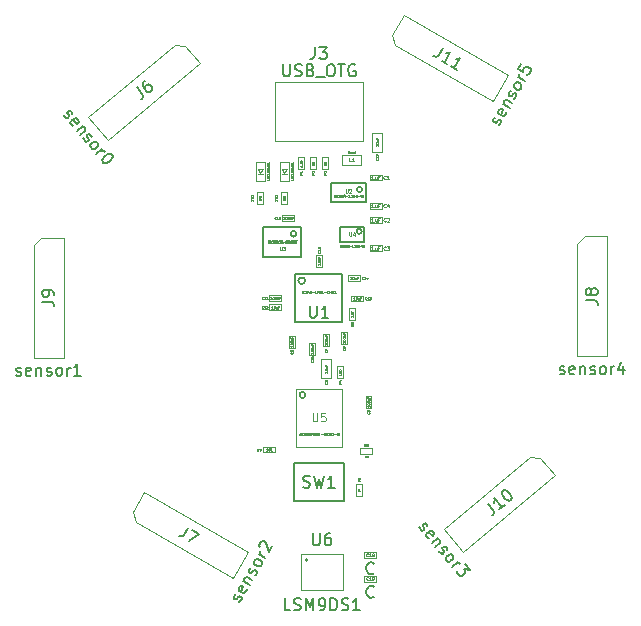
<source format=gbr>
G04 #@! TF.GenerationSoftware,KiCad,Pcbnew,5.1.0-060a0da~80~ubuntu18.04.1*
G04 #@! TF.CreationDate,2019-05-28T03:43:47+02:00*
G04 #@! TF.ProjectId,TinyFPGA-BX,54696e79-4650-4474-912d-42582e6b6963,rev?*
G04 #@! TF.SameCoordinates,Original*
G04 #@! TF.FileFunction,Other,Fab,Top*
%FSLAX46Y46*%
G04 Gerber Fmt 4.6, Leading zero omitted, Abs format (unit mm)*
G04 Created by KiCad (PCBNEW 5.1.0-060a0da~80~ubuntu18.04.1) date 2019-05-28 03:43:47*
%MOMM*%
%LPD*%
G04 APERTURE LIST*
%ADD10C,0.150000*%
%ADD11C,0.100000*%
%ADD12C,0.031750*%
%ADD13C,0.050000*%
%ADD14C,0.075000*%
%ADD15C,0.040000*%
G04 APERTURE END LIST*
D10*
X149962843Y-112664000D02*
G75*
G03X149962843Y-112664000I-282843J0D01*
G01*
X149130000Y-112114000D02*
X149180000Y-112114000D01*
X149130000Y-116114000D02*
X149130000Y-112114000D01*
X153130000Y-116114000D02*
X149130000Y-116114000D01*
X153130000Y-112114000D02*
X153130000Y-116114000D01*
X149155000Y-112114000D02*
X153130000Y-112114000D01*
X149986000Y-122333100D02*
G75*
G03X149986000Y-122333100I-250000J0D01*
G01*
D11*
X149186000Y-121808100D02*
X153086000Y-121808100D01*
X153086000Y-121808100D02*
X153086000Y-126708100D01*
X153086000Y-126708100D02*
X149186000Y-126708100D01*
X149186000Y-126708100D02*
X149186000Y-121808100D01*
X154286000Y-129873100D02*
X154786000Y-129873100D01*
X154286000Y-130873100D02*
X154286000Y-129873100D01*
X154786000Y-130873100D02*
X154286000Y-130873100D01*
X154786000Y-129873100D02*
X154786000Y-130873100D01*
X151336000Y-119323100D02*
X152136000Y-119323100D01*
X151336000Y-120923100D02*
X151336000Y-119323100D01*
X152136000Y-120923100D02*
X151336000Y-120923100D01*
X152136000Y-119323100D02*
X152136000Y-120923100D01*
X156436000Y-101723100D02*
X155636000Y-101723100D01*
X156436000Y-100123100D02*
X156436000Y-101723100D01*
X155636000Y-100123100D02*
X156436000Y-100123100D01*
X155636000Y-101723100D02*
X155636000Y-100123100D01*
X154686000Y-102023100D02*
X154686000Y-102823100D01*
X153086000Y-102023100D02*
X154686000Y-102023100D01*
X153086000Y-102823100D02*
X153086000Y-102023100D01*
X154686000Y-102823100D02*
X153086000Y-102823100D01*
X145933000Y-105173100D02*
X146433000Y-105173100D01*
X145933000Y-106173100D02*
X145933000Y-105173100D01*
X146433000Y-106173100D02*
X145933000Y-106173100D01*
X146433000Y-105173100D02*
X146433000Y-106173100D01*
X147965000Y-105173100D02*
X148465000Y-105173100D01*
X147965000Y-106173100D02*
X147965000Y-105173100D01*
X148465000Y-106173100D02*
X147965000Y-106173100D01*
X148465000Y-105173100D02*
X148465000Y-106173100D01*
X148015000Y-103587100D02*
X148415000Y-103587100D01*
X148215000Y-103537100D02*
X148015000Y-103237100D01*
X148415000Y-103237100D02*
X148215000Y-103537100D01*
X148015000Y-103237100D02*
X148415000Y-103237100D01*
X148615000Y-102587100D02*
X148615000Y-104187100D01*
X147815000Y-102587100D02*
X148615000Y-102587100D01*
X147815000Y-104187100D02*
X147815000Y-102587100D01*
X148615000Y-104187100D02*
X147815000Y-104187100D01*
X145983000Y-103587100D02*
X146383000Y-103587100D01*
X146183000Y-103537100D02*
X145983000Y-103237100D01*
X146383000Y-103237100D02*
X146183000Y-103537100D01*
X145983000Y-103237100D02*
X146383000Y-103237100D01*
X146583000Y-102587100D02*
X146583000Y-104187100D01*
X145783000Y-102587100D02*
X146583000Y-102587100D01*
X145783000Y-104187100D02*
X145783000Y-102587100D01*
X146583000Y-104187100D02*
X145783000Y-104187100D01*
X147386000Y-95823100D02*
X154886000Y-95823100D01*
X147386000Y-100823100D02*
X147386000Y-95823100D01*
X154886000Y-100823100D02*
X147386000Y-100823100D01*
X154886000Y-95823100D02*
X154886000Y-100823100D01*
D10*
X149239614Y-108689854D02*
G75*
G03X149239614Y-108689854I-250000J0D01*
G01*
X146436000Y-108123100D02*
X149636000Y-108123100D01*
X146436000Y-110623100D02*
X146436000Y-108123100D01*
X149636000Y-110623100D02*
X146436000Y-110623100D01*
X149636000Y-108123100D02*
X149636000Y-110623100D01*
X154786000Y-104934500D02*
G75*
G03X154786000Y-104934500I-213600J0D01*
G01*
X155086000Y-104373100D02*
X155086000Y-105973100D01*
X152186000Y-104373100D02*
X152186000Y-105973100D01*
X155086000Y-105973100D02*
X152186000Y-105973100D01*
X155086000Y-104373100D02*
X152186000Y-104373100D01*
D11*
X146400000Y-127204000D02*
X146400000Y-126704000D01*
X147400000Y-127204000D02*
X146400000Y-127204000D01*
X147400000Y-126704000D02*
X147400000Y-127204000D01*
X146400000Y-126704000D02*
X147400000Y-126704000D01*
X150305000Y-117914000D02*
X150805000Y-117914000D01*
X150305000Y-118914000D02*
X150305000Y-117914000D01*
X150805000Y-118914000D02*
X150305000Y-118914000D01*
X150805000Y-117914000D02*
X150805000Y-118914000D01*
X154180000Y-115964000D02*
X153680000Y-115964000D01*
X154180000Y-114964000D02*
X154180000Y-115964000D01*
X153680000Y-114964000D02*
X154180000Y-114964000D01*
X153680000Y-115964000D02*
X153680000Y-114964000D01*
X153880000Y-114414000D02*
X153880000Y-113914000D01*
X154880000Y-114414000D02*
X153880000Y-114414000D01*
X154880000Y-113914000D02*
X154880000Y-114414000D01*
X153880000Y-113914000D02*
X154880000Y-113914000D01*
X151380000Y-111464000D02*
X150880000Y-111464000D01*
X151380000Y-110464000D02*
X151380000Y-111464000D01*
X150880000Y-110464000D02*
X151380000Y-110464000D01*
X150880000Y-111464000D02*
X150880000Y-110464000D01*
X153605000Y-112689000D02*
X153605000Y-112189000D01*
X154605000Y-112689000D02*
X153605000Y-112689000D01*
X154605000Y-112189000D02*
X154605000Y-112689000D01*
X153605000Y-112189000D02*
X154605000Y-112189000D01*
X147936000Y-114673100D02*
X147936000Y-115173100D01*
X146936000Y-114673100D02*
X147936000Y-114673100D01*
X146936000Y-115173100D02*
X146936000Y-114673100D01*
X147936000Y-115173100D02*
X146936000Y-115173100D01*
X147936000Y-113873100D02*
X147936000Y-114373100D01*
X146936000Y-113873100D02*
X147936000Y-113873100D01*
X146936000Y-114373100D02*
X146936000Y-113873100D01*
X147936000Y-114373100D02*
X146936000Y-114373100D01*
X149019800Y-107099500D02*
X149019800Y-107599500D01*
X148019800Y-107099500D02*
X149019800Y-107099500D01*
X148019800Y-107599500D02*
X148019800Y-107099500D01*
X149019800Y-107599500D02*
X148019800Y-107599500D01*
X153005000Y-117014000D02*
X153505000Y-117014000D01*
X153005000Y-118014000D02*
X153005000Y-117014000D01*
X153505000Y-118014000D02*
X153005000Y-118014000D01*
X153505000Y-117014000D02*
X153505000Y-118014000D01*
X148586000Y-117323100D02*
X149086000Y-117323100D01*
X148586000Y-118323100D02*
X148586000Y-117323100D01*
X149086000Y-118323100D02*
X148586000Y-118323100D01*
X149086000Y-117323100D02*
X149086000Y-118323100D01*
X151486000Y-117173100D02*
X151986000Y-117173100D01*
X151486000Y-118173100D02*
X151486000Y-117173100D01*
X151986000Y-118173100D02*
X151486000Y-118173100D01*
X151986000Y-117173100D02*
X151986000Y-118173100D01*
X153186000Y-120923100D02*
X152686000Y-120923100D01*
X153186000Y-119923100D02*
X153186000Y-120923100D01*
X152686000Y-119923100D02*
X153186000Y-119923100D01*
X152686000Y-120923100D02*
X152686000Y-119923100D01*
X155086000Y-122423100D02*
X155586000Y-122423100D01*
X155086000Y-123423100D02*
X155086000Y-122423100D01*
X155586000Y-123423100D02*
X155086000Y-123423100D01*
X155586000Y-122423100D02*
X155586000Y-123423100D01*
X149386000Y-102223100D02*
X149886000Y-102223100D01*
X149386000Y-103223100D02*
X149386000Y-102223100D01*
X149886000Y-103223100D02*
X149386000Y-103223100D01*
X149886000Y-102223100D02*
X149886000Y-103223100D01*
X150886000Y-103223100D02*
X150386000Y-103223100D01*
X150886000Y-102223100D02*
X150886000Y-103223100D01*
X150386000Y-102223100D02*
X150886000Y-102223100D01*
X150386000Y-103223100D02*
X150386000Y-102223100D01*
X151886000Y-103223100D02*
X151386000Y-103223100D01*
X151886000Y-102223100D02*
X151886000Y-103223100D01*
X151386000Y-102223100D02*
X151886000Y-102223100D01*
X151386000Y-103223100D02*
X151386000Y-102223100D01*
D10*
X154749600Y-108484500D02*
G75*
G03X154749600Y-108484500I-213600J0D01*
G01*
X154936000Y-108098100D02*
X154936000Y-109348100D01*
X152936000Y-108098100D02*
X152936000Y-109348100D01*
X154936000Y-109348100D02*
X152936000Y-109348100D01*
X154936000Y-108098100D02*
X152936000Y-108098100D01*
D11*
X155436000Y-110173100D02*
X155436000Y-109673100D01*
X156436000Y-110173100D02*
X155436000Y-110173100D01*
X156436000Y-109673100D02*
X156436000Y-110173100D01*
X155436000Y-109673100D02*
X156436000Y-109673100D01*
X155436000Y-104173100D02*
X155436000Y-103673100D01*
X156436000Y-104173100D02*
X155436000Y-104173100D01*
X156436000Y-103673100D02*
X156436000Y-104173100D01*
X155436000Y-103673100D02*
X156436000Y-103673100D01*
X155436000Y-106573100D02*
X155436000Y-106073100D01*
X156436000Y-106573100D02*
X155436000Y-106573100D01*
X156436000Y-106073100D02*
X156436000Y-106573100D01*
X155436000Y-106073100D02*
X156436000Y-106073100D01*
X155436000Y-107773100D02*
X155436000Y-107273100D01*
X156436000Y-107773100D02*
X155436000Y-107773100D01*
X156436000Y-107273100D02*
X156436000Y-107773100D01*
X155436000Y-107273100D02*
X156436000Y-107273100D01*
D10*
X153236000Y-128123100D02*
X149036000Y-128123100D01*
X153236000Y-131323100D02*
X153236000Y-128123100D01*
X149036000Y-131323100D02*
X153236000Y-131323100D01*
X149036000Y-130923100D02*
X149036000Y-131323100D01*
X149036000Y-128123100D02*
X149036000Y-130923100D01*
D11*
X154640000Y-127314000D02*
X154640000Y-126814000D01*
X155640000Y-127314000D02*
X154640000Y-127314000D01*
X155640000Y-126814000D02*
X155640000Y-127314000D01*
X154640000Y-126814000D02*
X155640000Y-126814000D01*
X138910098Y-92672953D02*
X139804706Y-92751222D01*
X131613525Y-98795505D02*
X138910098Y-92672953D01*
X133246205Y-100741258D02*
X131613525Y-98795505D01*
X141029217Y-94210536D02*
X133246205Y-100741258D01*
X139804706Y-92751222D02*
X141029217Y-94210536D01*
X135615960Y-133076352D02*
X135383534Y-132208926D01*
X143864852Y-137838852D02*
X135615960Y-133076352D01*
X145134852Y-135639148D02*
X143864852Y-137838852D01*
X136336034Y-130559148D02*
X145134852Y-135639148D01*
X135383534Y-132208926D02*
X136336034Y-130559148D01*
X173635000Y-108894000D02*
X175540000Y-108894000D01*
X175540000Y-108894000D02*
X175540000Y-119054000D01*
X175540000Y-119054000D02*
X173000000Y-119054000D01*
X173000000Y-119054000D02*
X173000000Y-109529000D01*
X173000000Y-109529000D02*
X173635000Y-108894000D01*
X126970000Y-109649000D02*
X127605000Y-109014000D01*
X126970000Y-119174000D02*
X126970000Y-109649000D01*
X129510000Y-119174000D02*
X126970000Y-119174000D01*
X129510000Y-109014000D02*
X129510000Y-119174000D01*
X127605000Y-109014000D02*
X129510000Y-109014000D01*
X169000098Y-127592953D02*
X169894706Y-127671222D01*
X161703525Y-133715505D02*
X169000098Y-127592953D01*
X163336205Y-135661258D02*
X161703525Y-133715505D01*
X171119217Y-129130536D02*
X163336205Y-135661258D01*
X169894706Y-127671222D02*
X171119217Y-129130536D01*
X157362648Y-91838926D02*
X158315148Y-90189148D01*
X158315148Y-90189148D02*
X167113966Y-95269148D01*
X167113966Y-95269148D02*
X165843966Y-97468852D01*
X165843966Y-97468852D02*
X157595074Y-92706352D01*
X157595074Y-92706352D02*
X157362648Y-91838926D01*
X154965001Y-136139001D02*
X154965001Y-135639001D01*
X154965001Y-135639001D02*
X155965001Y-135639001D01*
X155965001Y-135639001D02*
X155965001Y-136139001D01*
X155965001Y-136139001D02*
X154965001Y-136139001D01*
X155965001Y-138129001D02*
X154965001Y-138129001D01*
X155965001Y-137629001D02*
X155965001Y-138129001D01*
X154965001Y-137629001D02*
X155965001Y-137629001D01*
X154965001Y-138129001D02*
X154965001Y-137629001D01*
X150140001Y-136304001D02*
G75*
G03X150140001Y-136304001I-50000J0D01*
G01*
X150240001Y-136304001D02*
G75*
G03X150240001Y-136304001I-150000J0D01*
G01*
X149640001Y-138804001D02*
X149640001Y-135804001D01*
X153140001Y-138804001D02*
X149640001Y-138804001D01*
X153140001Y-135804001D02*
X153140001Y-138804001D01*
X149640001Y-135804001D02*
X153140001Y-135804001D01*
D10*
X150368095Y-114775480D02*
X150368095Y-115585004D01*
X150415714Y-115680242D01*
X150463333Y-115727861D01*
X150558571Y-115775480D01*
X150749047Y-115775480D01*
X150844285Y-115727861D01*
X150891904Y-115680242D01*
X150939523Y-115585004D01*
X150939523Y-114775480D01*
X151939523Y-115775480D02*
X151368095Y-115775480D01*
X151653809Y-115775480D02*
X151653809Y-114775480D01*
X151558571Y-114918338D01*
X151463333Y-115013576D01*
X151368095Y-115061195D01*
D12*
X149726476Y-113713576D02*
X149726476Y-113580242D01*
X149726476Y-113513576D02*
X149716952Y-113523100D01*
X149726476Y-113532623D01*
X149736000Y-113523100D01*
X149726476Y-113513576D01*
X149726476Y-113532623D01*
X149936000Y-113694528D02*
X149926476Y-113704052D01*
X149897904Y-113713576D01*
X149878857Y-113713576D01*
X149850285Y-113704052D01*
X149831238Y-113685004D01*
X149821714Y-113665957D01*
X149812190Y-113627861D01*
X149812190Y-113599290D01*
X149821714Y-113561195D01*
X149831238Y-113542147D01*
X149850285Y-113523100D01*
X149878857Y-113513576D01*
X149897904Y-113513576D01*
X149926476Y-113523100D01*
X149936000Y-113532623D01*
X150021714Y-113608814D02*
X150088380Y-113608814D01*
X150116952Y-113713576D02*
X150021714Y-113713576D01*
X150021714Y-113513576D01*
X150116952Y-113513576D01*
X150288380Y-113580242D02*
X150288380Y-113713576D01*
X150240761Y-113504052D02*
X150193142Y-113646909D01*
X150316952Y-113646909D01*
X150431238Y-113513576D02*
X150450285Y-113513576D01*
X150469333Y-113523100D01*
X150478857Y-113532623D01*
X150488380Y-113551671D01*
X150497904Y-113589766D01*
X150497904Y-113637385D01*
X150488380Y-113675480D01*
X150478857Y-113694528D01*
X150469333Y-113704052D01*
X150450285Y-113713576D01*
X150431238Y-113713576D01*
X150412190Y-113704052D01*
X150402666Y-113694528D01*
X150393142Y-113675480D01*
X150383619Y-113637385D01*
X150383619Y-113589766D01*
X150393142Y-113551671D01*
X150402666Y-113532623D01*
X150412190Y-113523100D01*
X150431238Y-113513576D01*
X150583619Y-113637385D02*
X150736000Y-113637385D01*
X150926476Y-113713576D02*
X150831238Y-113713576D01*
X150831238Y-113513576D01*
X150993142Y-113713576D02*
X150993142Y-113513576D01*
X151069333Y-113513576D01*
X151088380Y-113523100D01*
X151097904Y-113532623D01*
X151107428Y-113551671D01*
X151107428Y-113580242D01*
X151097904Y-113599290D01*
X151088380Y-113608814D01*
X151069333Y-113618338D01*
X150993142Y-113618338D01*
X151221714Y-113599290D02*
X151202666Y-113589766D01*
X151193142Y-113580242D01*
X151183619Y-113561195D01*
X151183619Y-113551671D01*
X151193142Y-113532623D01*
X151202666Y-113523100D01*
X151221714Y-113513576D01*
X151259809Y-113513576D01*
X151278857Y-113523100D01*
X151288380Y-113532623D01*
X151297904Y-113551671D01*
X151297904Y-113561195D01*
X151288380Y-113580242D01*
X151278857Y-113589766D01*
X151259809Y-113599290D01*
X151221714Y-113599290D01*
X151202666Y-113608814D01*
X151193142Y-113618338D01*
X151183619Y-113637385D01*
X151183619Y-113675480D01*
X151193142Y-113694528D01*
X151202666Y-113704052D01*
X151221714Y-113713576D01*
X151259809Y-113713576D01*
X151278857Y-113704052D01*
X151288380Y-113694528D01*
X151297904Y-113675480D01*
X151297904Y-113637385D01*
X151288380Y-113618338D01*
X151278857Y-113608814D01*
X151259809Y-113599290D01*
X151383619Y-113713576D02*
X151383619Y-113513576D01*
X151497904Y-113713576D02*
X151412190Y-113599290D01*
X151497904Y-113513576D02*
X151383619Y-113627861D01*
X151583619Y-113637385D02*
X151736000Y-113637385D01*
X151945523Y-113694528D02*
X151936000Y-113704052D01*
X151907428Y-113713576D01*
X151888380Y-113713576D01*
X151859809Y-113704052D01*
X151840761Y-113685004D01*
X151831238Y-113665957D01*
X151821714Y-113627861D01*
X151821714Y-113599290D01*
X151831238Y-113561195D01*
X151840761Y-113542147D01*
X151859809Y-113523100D01*
X151888380Y-113513576D01*
X151907428Y-113513576D01*
X151936000Y-113523100D01*
X151945523Y-113532623D01*
X152031238Y-113713576D02*
X152031238Y-113513576D01*
X152097904Y-113656433D01*
X152164571Y-113513576D01*
X152164571Y-113713576D01*
X152288380Y-113599290D02*
X152269333Y-113589766D01*
X152259809Y-113580242D01*
X152250285Y-113561195D01*
X152250285Y-113551671D01*
X152259809Y-113532623D01*
X152269333Y-113523100D01*
X152288380Y-113513576D01*
X152326476Y-113513576D01*
X152345523Y-113523100D01*
X152355047Y-113532623D01*
X152364571Y-113551671D01*
X152364571Y-113561195D01*
X152355047Y-113580242D01*
X152345523Y-113589766D01*
X152326476Y-113599290D01*
X152288380Y-113599290D01*
X152269333Y-113608814D01*
X152259809Y-113618338D01*
X152250285Y-113637385D01*
X152250285Y-113675480D01*
X152259809Y-113694528D01*
X152269333Y-113704052D01*
X152288380Y-113713576D01*
X152326476Y-113713576D01*
X152345523Y-113704052D01*
X152355047Y-113694528D01*
X152364571Y-113675480D01*
X152364571Y-113637385D01*
X152355047Y-113618338D01*
X152345523Y-113608814D01*
X152326476Y-113599290D01*
X152555047Y-113713576D02*
X152440761Y-113713576D01*
X152497904Y-113713576D02*
X152497904Y-113513576D01*
X152478857Y-113542147D01*
X152459809Y-113561195D01*
X152440761Y-113570719D01*
D11*
X150602666Y-123874766D02*
X150602666Y-124441433D01*
X150636000Y-124508100D01*
X150669333Y-124541433D01*
X150736000Y-124574766D01*
X150869333Y-124574766D01*
X150936000Y-124541433D01*
X150969333Y-124508100D01*
X151002666Y-124441433D01*
X151002666Y-123874766D01*
X151669333Y-123874766D02*
X151336000Y-123874766D01*
X151302666Y-124208100D01*
X151336000Y-124174766D01*
X151402666Y-124141433D01*
X151569333Y-124141433D01*
X151636000Y-124174766D01*
X151669333Y-124208100D01*
X151702666Y-124274766D01*
X151702666Y-124441433D01*
X151669333Y-124508100D01*
X151636000Y-124541433D01*
X151569333Y-124574766D01*
X151402666Y-124574766D01*
X151336000Y-124541433D01*
X151302666Y-124508100D01*
D12*
X149459809Y-125694766D02*
X149564571Y-125694766D01*
X149438857Y-125757623D02*
X149512190Y-125537623D01*
X149585523Y-125757623D01*
X149627428Y-125537623D02*
X149753142Y-125537623D01*
X149690285Y-125757623D02*
X149690285Y-125537623D01*
X149816000Y-125558576D02*
X149826476Y-125548100D01*
X149847428Y-125537623D01*
X149899809Y-125537623D01*
X149920761Y-125548100D01*
X149931238Y-125558576D01*
X149941714Y-125579528D01*
X149941714Y-125600480D01*
X149931238Y-125631909D01*
X149805523Y-125757623D01*
X149941714Y-125757623D01*
X150140761Y-125537623D02*
X150036000Y-125537623D01*
X150025523Y-125642385D01*
X150036000Y-125631909D01*
X150056952Y-125621433D01*
X150109333Y-125621433D01*
X150130285Y-125631909D01*
X150140761Y-125642385D01*
X150151238Y-125663338D01*
X150151238Y-125715719D01*
X150140761Y-125736671D01*
X150130285Y-125747147D01*
X150109333Y-125757623D01*
X150056952Y-125757623D01*
X150036000Y-125747147D01*
X150025523Y-125736671D01*
X150235047Y-125747147D02*
X150266476Y-125757623D01*
X150318857Y-125757623D01*
X150339809Y-125747147D01*
X150350285Y-125736671D01*
X150360761Y-125715719D01*
X150360761Y-125694766D01*
X150350285Y-125673814D01*
X150339809Y-125663338D01*
X150318857Y-125652861D01*
X150276952Y-125642385D01*
X150256000Y-125631909D01*
X150245523Y-125621433D01*
X150235047Y-125600480D01*
X150235047Y-125579528D01*
X150245523Y-125558576D01*
X150256000Y-125548100D01*
X150276952Y-125537623D01*
X150329333Y-125537623D01*
X150360761Y-125548100D01*
X150528380Y-125642385D02*
X150455047Y-125642385D01*
X150455047Y-125757623D02*
X150455047Y-125537623D01*
X150559809Y-125537623D01*
X150685523Y-125537623D02*
X150706476Y-125537623D01*
X150727428Y-125548100D01*
X150737904Y-125558576D01*
X150748380Y-125579528D01*
X150758857Y-125621433D01*
X150758857Y-125673814D01*
X150748380Y-125715719D01*
X150737904Y-125736671D01*
X150727428Y-125747147D01*
X150706476Y-125757623D01*
X150685523Y-125757623D01*
X150664571Y-125747147D01*
X150654095Y-125736671D01*
X150643619Y-125715719D01*
X150633142Y-125673814D01*
X150633142Y-125621433D01*
X150643619Y-125579528D01*
X150654095Y-125558576D01*
X150664571Y-125548100D01*
X150685523Y-125537623D01*
X150884571Y-125631909D02*
X150863619Y-125621433D01*
X150853142Y-125610957D01*
X150842666Y-125590004D01*
X150842666Y-125579528D01*
X150853142Y-125558576D01*
X150863619Y-125548100D01*
X150884571Y-125537623D01*
X150926476Y-125537623D01*
X150947428Y-125548100D01*
X150957904Y-125558576D01*
X150968380Y-125579528D01*
X150968380Y-125590004D01*
X150957904Y-125610957D01*
X150947428Y-125621433D01*
X150926476Y-125631909D01*
X150884571Y-125631909D01*
X150863619Y-125642385D01*
X150853142Y-125652861D01*
X150842666Y-125673814D01*
X150842666Y-125715719D01*
X150853142Y-125736671D01*
X150863619Y-125747147D01*
X150884571Y-125757623D01*
X150926476Y-125757623D01*
X150947428Y-125747147D01*
X150957904Y-125736671D01*
X150968380Y-125715719D01*
X150968380Y-125673814D01*
X150957904Y-125652861D01*
X150947428Y-125642385D01*
X150926476Y-125631909D01*
X151177904Y-125757623D02*
X151052190Y-125757623D01*
X151115047Y-125757623D02*
X151115047Y-125537623D01*
X151094095Y-125569052D01*
X151073142Y-125590004D01*
X151052190Y-125600480D01*
X151272190Y-125673814D02*
X151439809Y-125673814D01*
X151534095Y-125747147D02*
X151565523Y-125757623D01*
X151617904Y-125757623D01*
X151638857Y-125747147D01*
X151649333Y-125736671D01*
X151659809Y-125715719D01*
X151659809Y-125694766D01*
X151649333Y-125673814D01*
X151638857Y-125663338D01*
X151617904Y-125652861D01*
X151576000Y-125642385D01*
X151555047Y-125631909D01*
X151544571Y-125621433D01*
X151534095Y-125600480D01*
X151534095Y-125579528D01*
X151544571Y-125558576D01*
X151555047Y-125548100D01*
X151576000Y-125537623D01*
X151628380Y-125537623D01*
X151659809Y-125548100D01*
X151743619Y-125747147D02*
X151775047Y-125757623D01*
X151827428Y-125757623D01*
X151848380Y-125747147D01*
X151858857Y-125736671D01*
X151869333Y-125715719D01*
X151869333Y-125694766D01*
X151858857Y-125673814D01*
X151848380Y-125663338D01*
X151827428Y-125652861D01*
X151785523Y-125642385D01*
X151764571Y-125631909D01*
X151754095Y-125621433D01*
X151743619Y-125600480D01*
X151743619Y-125579528D01*
X151754095Y-125558576D01*
X151764571Y-125548100D01*
X151785523Y-125537623D01*
X151837904Y-125537623D01*
X151869333Y-125548100D01*
X151963619Y-125757623D02*
X151963619Y-125537623D01*
X151963619Y-125642385D02*
X152089333Y-125642385D01*
X152089333Y-125757623D02*
X152089333Y-125537623D01*
X152194095Y-125757623D02*
X152194095Y-125537623D01*
X152246476Y-125537623D01*
X152277904Y-125548100D01*
X152298857Y-125569052D01*
X152309333Y-125590004D01*
X152319809Y-125631909D01*
X152319809Y-125663338D01*
X152309333Y-125705242D01*
X152298857Y-125726195D01*
X152277904Y-125747147D01*
X152246476Y-125757623D01*
X152194095Y-125757623D01*
X152414095Y-125673814D02*
X152581714Y-125673814D01*
X152759809Y-125642385D02*
X152791238Y-125652861D01*
X152801714Y-125663338D01*
X152812190Y-125684290D01*
X152812190Y-125715719D01*
X152801714Y-125736671D01*
X152791238Y-125747147D01*
X152770285Y-125757623D01*
X152686476Y-125757623D01*
X152686476Y-125537623D01*
X152759809Y-125537623D01*
X152780761Y-125548100D01*
X152791238Y-125558576D01*
X152801714Y-125579528D01*
X152801714Y-125600480D01*
X152791238Y-125621433D01*
X152780761Y-125631909D01*
X152759809Y-125642385D01*
X152686476Y-125642385D01*
D13*
X154626476Y-129531433D02*
X154531238Y-129598100D01*
X154626476Y-129645719D02*
X154426476Y-129645719D01*
X154426476Y-129569528D01*
X154436000Y-129550480D01*
X154445523Y-129540957D01*
X154464571Y-129531433D01*
X154493142Y-129531433D01*
X154512190Y-129540957D01*
X154521714Y-129550480D01*
X154531238Y-129569528D01*
X154531238Y-129645719D01*
X154426476Y-129360004D02*
X154426476Y-129398100D01*
X154436000Y-129417147D01*
X154445523Y-129426671D01*
X154474095Y-129445719D01*
X154512190Y-129455242D01*
X154588380Y-129455242D01*
X154607428Y-129445719D01*
X154616952Y-129436195D01*
X154626476Y-129417147D01*
X154626476Y-129379052D01*
X154616952Y-129360004D01*
X154607428Y-129350480D01*
X154588380Y-129340957D01*
X154540761Y-129340957D01*
X154521714Y-129350480D01*
X154512190Y-129360004D01*
X154502666Y-129379052D01*
X154502666Y-129417147D01*
X154512190Y-129436195D01*
X154521714Y-129445719D01*
X154540761Y-129455242D01*
X154626476Y-130311195D02*
X154531238Y-130377861D01*
X154626476Y-130425480D02*
X154426476Y-130425480D01*
X154426476Y-130349290D01*
X154436000Y-130330242D01*
X154445523Y-130320719D01*
X154464571Y-130311195D01*
X154493142Y-130311195D01*
X154512190Y-130320719D01*
X154521714Y-130330242D01*
X154531238Y-130349290D01*
X154531238Y-130425480D01*
X151807428Y-121256433D02*
X151816952Y-121265957D01*
X151826476Y-121294528D01*
X151826476Y-121313576D01*
X151816952Y-121342147D01*
X151797904Y-121361195D01*
X151778857Y-121370719D01*
X151740761Y-121380242D01*
X151712190Y-121380242D01*
X151674095Y-121370719D01*
X151655047Y-121361195D01*
X151636000Y-121342147D01*
X151626476Y-121313576D01*
X151626476Y-121294528D01*
X151636000Y-121265957D01*
X151645523Y-121256433D01*
X151626476Y-121085004D02*
X151626476Y-121123100D01*
X151636000Y-121142147D01*
X151645523Y-121151671D01*
X151674095Y-121170719D01*
X151712190Y-121180242D01*
X151788380Y-121180242D01*
X151807428Y-121170719D01*
X151816952Y-121161195D01*
X151826476Y-121142147D01*
X151826476Y-121104052D01*
X151816952Y-121085004D01*
X151807428Y-121075480D01*
X151788380Y-121065957D01*
X151740761Y-121065957D01*
X151721714Y-121075480D01*
X151712190Y-121085004D01*
X151702666Y-121104052D01*
X151702666Y-121142147D01*
X151712190Y-121161195D01*
X151721714Y-121170719D01*
X151740761Y-121180242D01*
X151826476Y-120337385D02*
X151826476Y-120451671D01*
X151826476Y-120394528D02*
X151626476Y-120394528D01*
X151655047Y-120413576D01*
X151674095Y-120432623D01*
X151683619Y-120451671D01*
X151626476Y-120213576D02*
X151626476Y-120194528D01*
X151636000Y-120175480D01*
X151645523Y-120165957D01*
X151664571Y-120156433D01*
X151702666Y-120146909D01*
X151750285Y-120146909D01*
X151788380Y-120156433D01*
X151807428Y-120165957D01*
X151816952Y-120175480D01*
X151826476Y-120194528D01*
X151826476Y-120213576D01*
X151816952Y-120232623D01*
X151807428Y-120242147D01*
X151788380Y-120251671D01*
X151750285Y-120261195D01*
X151702666Y-120261195D01*
X151664571Y-120251671D01*
X151645523Y-120242147D01*
X151636000Y-120232623D01*
X151626476Y-120213576D01*
X151693142Y-119975480D02*
X151826476Y-119975480D01*
X151693142Y-120061195D02*
X151797904Y-120061195D01*
X151816952Y-120051671D01*
X151826476Y-120032623D01*
X151826476Y-120004052D01*
X151816952Y-119985004D01*
X151807428Y-119975480D01*
X151721714Y-119813576D02*
X151721714Y-119880242D01*
X151826476Y-119880242D02*
X151626476Y-119880242D01*
X151626476Y-119785004D01*
X156107428Y-102326671D02*
X156116952Y-102336195D01*
X156126476Y-102364766D01*
X156126476Y-102383814D01*
X156116952Y-102412385D01*
X156097904Y-102431433D01*
X156078857Y-102440957D01*
X156040761Y-102450480D01*
X156012190Y-102450480D01*
X155974095Y-102440957D01*
X155955047Y-102431433D01*
X155936000Y-102412385D01*
X155926476Y-102383814D01*
X155926476Y-102364766D01*
X155936000Y-102336195D01*
X155945523Y-102326671D01*
X156126476Y-102136195D02*
X156126476Y-102250480D01*
X156126476Y-102193338D02*
X155926476Y-102193338D01*
X155955047Y-102212385D01*
X155974095Y-102231433D01*
X155983619Y-102250480D01*
X155926476Y-102069528D02*
X155926476Y-101936195D01*
X156126476Y-102021909D01*
X156151476Y-101137385D02*
X156151476Y-101251671D01*
X156151476Y-101194528D02*
X155951476Y-101194528D01*
X155980047Y-101213576D01*
X155999095Y-101232623D01*
X156008619Y-101251671D01*
X155951476Y-101013576D02*
X155951476Y-100994528D01*
X155961000Y-100975480D01*
X155970523Y-100965957D01*
X155989571Y-100956433D01*
X156027666Y-100946909D01*
X156075285Y-100946909D01*
X156113380Y-100956433D01*
X156132428Y-100965957D01*
X156141952Y-100975480D01*
X156151476Y-100994528D01*
X156151476Y-101013576D01*
X156141952Y-101032623D01*
X156132428Y-101042147D01*
X156113380Y-101051671D01*
X156075285Y-101061195D01*
X156027666Y-101061195D01*
X155989571Y-101051671D01*
X155970523Y-101042147D01*
X155961000Y-101032623D01*
X155951476Y-101013576D01*
X156018142Y-100775480D02*
X156151476Y-100775480D01*
X156018142Y-100861195D02*
X156122904Y-100861195D01*
X156141952Y-100851671D01*
X156151476Y-100832623D01*
X156151476Y-100804052D01*
X156141952Y-100785004D01*
X156132428Y-100775480D01*
X156046714Y-100613576D02*
X156046714Y-100680242D01*
X156151476Y-100680242D02*
X155951476Y-100680242D01*
X155951476Y-100585004D01*
D14*
X153836000Y-102558814D02*
X153693142Y-102558814D01*
X153693142Y-102258814D01*
X154093142Y-102558814D02*
X153921714Y-102558814D01*
X154007428Y-102558814D02*
X154007428Y-102258814D01*
X153978857Y-102301671D01*
X153950285Y-102330242D01*
X153921714Y-102344528D01*
D13*
X153633619Y-101758814D02*
X153662190Y-101768338D01*
X153671714Y-101777861D01*
X153681238Y-101796909D01*
X153681238Y-101825480D01*
X153671714Y-101844528D01*
X153662190Y-101854052D01*
X153643142Y-101863576D01*
X153566952Y-101863576D01*
X153566952Y-101663576D01*
X153633619Y-101663576D01*
X153652666Y-101673100D01*
X153662190Y-101682623D01*
X153671714Y-101701671D01*
X153671714Y-101720719D01*
X153662190Y-101739766D01*
X153652666Y-101749290D01*
X153633619Y-101758814D01*
X153566952Y-101758814D01*
X153843142Y-101854052D02*
X153824095Y-101863576D01*
X153786000Y-101863576D01*
X153766952Y-101854052D01*
X153757428Y-101835004D01*
X153757428Y-101758814D01*
X153766952Y-101739766D01*
X153786000Y-101730242D01*
X153824095Y-101730242D01*
X153843142Y-101739766D01*
X153852666Y-101758814D01*
X153852666Y-101777861D01*
X153757428Y-101796909D01*
X154024095Y-101863576D02*
X154024095Y-101758814D01*
X154014571Y-101739766D01*
X153995523Y-101730242D01*
X153957428Y-101730242D01*
X153938380Y-101739766D01*
X154024095Y-101854052D02*
X154005047Y-101863576D01*
X153957428Y-101863576D01*
X153938380Y-101854052D01*
X153928857Y-101835004D01*
X153928857Y-101815957D01*
X153938380Y-101796909D01*
X153957428Y-101787385D01*
X154005047Y-101787385D01*
X154024095Y-101777861D01*
X154205047Y-101863576D02*
X154205047Y-101663576D01*
X154205047Y-101854052D02*
X154186000Y-101863576D01*
X154147904Y-101863576D01*
X154128857Y-101854052D01*
X154119333Y-101844528D01*
X154109809Y-101825480D01*
X154109809Y-101768338D01*
X154119333Y-101749290D01*
X154128857Y-101739766D01*
X154147904Y-101730242D01*
X154186000Y-101730242D01*
X154205047Y-101739766D01*
X145392523Y-105920719D02*
X145383000Y-105911195D01*
X145373476Y-105892147D01*
X145373476Y-105844528D01*
X145383000Y-105825480D01*
X145392523Y-105815957D01*
X145411571Y-105806433D01*
X145430619Y-105806433D01*
X145459190Y-105815957D01*
X145573476Y-105930242D01*
X145573476Y-105806433D01*
X145373476Y-105739766D02*
X145373476Y-105606433D01*
X145573476Y-105692147D01*
X145373476Y-105492147D02*
X145373476Y-105473100D01*
X145383000Y-105454052D01*
X145392523Y-105444528D01*
X145411571Y-105435004D01*
X145449666Y-105425480D01*
X145497285Y-105425480D01*
X145535380Y-105435004D01*
X145554428Y-105444528D01*
X145563952Y-105454052D01*
X145573476Y-105473100D01*
X145573476Y-105492147D01*
X145563952Y-105511195D01*
X145554428Y-105520719D01*
X145535380Y-105530242D01*
X145497285Y-105539766D01*
X145449666Y-105539766D01*
X145411571Y-105530242D01*
X145392523Y-105520719D01*
X145383000Y-105511195D01*
X145373476Y-105492147D01*
X146273476Y-105706433D02*
X146178238Y-105773100D01*
X146273476Y-105820719D02*
X146073476Y-105820719D01*
X146073476Y-105744528D01*
X146083000Y-105725480D01*
X146092523Y-105715957D01*
X146111571Y-105706433D01*
X146140142Y-105706433D01*
X146159190Y-105715957D01*
X146168714Y-105725480D01*
X146178238Y-105744528D01*
X146178238Y-105820719D01*
X146273476Y-105611195D02*
X146273476Y-105573100D01*
X146263952Y-105554052D01*
X146254428Y-105544528D01*
X146225857Y-105525480D01*
X146187761Y-105515957D01*
X146111571Y-105515957D01*
X146092523Y-105525480D01*
X146083000Y-105535004D01*
X146073476Y-105554052D01*
X146073476Y-105592147D01*
X146083000Y-105611195D01*
X146092523Y-105620719D01*
X146111571Y-105630242D01*
X146159190Y-105630242D01*
X146178238Y-105620719D01*
X146187761Y-105611195D01*
X146197285Y-105592147D01*
X146197285Y-105554052D01*
X146187761Y-105535004D01*
X146178238Y-105525480D01*
X146159190Y-105515957D01*
X147424523Y-105920719D02*
X147415000Y-105911195D01*
X147405476Y-105892147D01*
X147405476Y-105844528D01*
X147415000Y-105825480D01*
X147424523Y-105815957D01*
X147443571Y-105806433D01*
X147462619Y-105806433D01*
X147491190Y-105815957D01*
X147605476Y-105930242D01*
X147605476Y-105806433D01*
X147405476Y-105739766D02*
X147405476Y-105606433D01*
X147605476Y-105692147D01*
X147405476Y-105492147D02*
X147405476Y-105473100D01*
X147415000Y-105454052D01*
X147424523Y-105444528D01*
X147443571Y-105435004D01*
X147481666Y-105425480D01*
X147529285Y-105425480D01*
X147567380Y-105435004D01*
X147586428Y-105444528D01*
X147595952Y-105454052D01*
X147605476Y-105473100D01*
X147605476Y-105492147D01*
X147595952Y-105511195D01*
X147586428Y-105520719D01*
X147567380Y-105530242D01*
X147529285Y-105539766D01*
X147481666Y-105539766D01*
X147443571Y-105530242D01*
X147424523Y-105520719D01*
X147415000Y-105511195D01*
X147405476Y-105492147D01*
X148305476Y-105706433D02*
X148210238Y-105773100D01*
X148305476Y-105820719D02*
X148105476Y-105820719D01*
X148105476Y-105744528D01*
X148115000Y-105725480D01*
X148124523Y-105715957D01*
X148143571Y-105706433D01*
X148172142Y-105706433D01*
X148191190Y-105715957D01*
X148200714Y-105725480D01*
X148210238Y-105744528D01*
X148210238Y-105820719D01*
X148191190Y-105592147D02*
X148181666Y-105611195D01*
X148172142Y-105620719D01*
X148153095Y-105630242D01*
X148143571Y-105630242D01*
X148124523Y-105620719D01*
X148115000Y-105611195D01*
X148105476Y-105592147D01*
X148105476Y-105554052D01*
X148115000Y-105535004D01*
X148124523Y-105525480D01*
X148143571Y-105515957D01*
X148153095Y-105515957D01*
X148172142Y-105525480D01*
X148181666Y-105535004D01*
X148191190Y-105554052D01*
X148191190Y-105592147D01*
X148200714Y-105611195D01*
X148210238Y-105620719D01*
X148229285Y-105630242D01*
X148267380Y-105630242D01*
X148286428Y-105620719D01*
X148295952Y-105611195D01*
X148305476Y-105592147D01*
X148305476Y-105554052D01*
X148295952Y-105535004D01*
X148286428Y-105525480D01*
X148267380Y-105515957D01*
X148229285Y-105515957D01*
X148210238Y-105525480D01*
X148200714Y-105535004D01*
X148191190Y-105554052D01*
X148940476Y-104015671D02*
X148940476Y-104110909D01*
X148740476Y-104110909D01*
X148835714Y-103949004D02*
X148835714Y-103882338D01*
X148940476Y-103853766D02*
X148940476Y-103949004D01*
X148740476Y-103949004D01*
X148740476Y-103853766D01*
X148940476Y-103768052D02*
X148740476Y-103768052D01*
X148740476Y-103720433D01*
X148750000Y-103691861D01*
X148769047Y-103672814D01*
X148788095Y-103663290D01*
X148826190Y-103653766D01*
X148854761Y-103653766D01*
X148892857Y-103663290D01*
X148911904Y-103672814D01*
X148930952Y-103691861D01*
X148940476Y-103720433D01*
X148940476Y-103768052D01*
X148959523Y-103615671D02*
X148959523Y-103463290D01*
X148930952Y-103425195D02*
X148940476Y-103396623D01*
X148940476Y-103349004D01*
X148930952Y-103329957D01*
X148921428Y-103320433D01*
X148902380Y-103310909D01*
X148883333Y-103310909D01*
X148864285Y-103320433D01*
X148854761Y-103329957D01*
X148845238Y-103349004D01*
X148835714Y-103387100D01*
X148826190Y-103406147D01*
X148816666Y-103415671D01*
X148797619Y-103425195D01*
X148778571Y-103425195D01*
X148759523Y-103415671D01*
X148750000Y-103406147D01*
X148740476Y-103387100D01*
X148740476Y-103339480D01*
X148750000Y-103310909D01*
X148940476Y-103225195D02*
X148807142Y-103225195D01*
X148826190Y-103225195D02*
X148816666Y-103215671D01*
X148807142Y-103196623D01*
X148807142Y-103168052D01*
X148816666Y-103149004D01*
X148835714Y-103139480D01*
X148940476Y-103139480D01*
X148835714Y-103139480D02*
X148816666Y-103129957D01*
X148807142Y-103110909D01*
X148807142Y-103082338D01*
X148816666Y-103063290D01*
X148835714Y-103053766D01*
X148940476Y-103053766D01*
X148940476Y-102872814D02*
X148835714Y-102872814D01*
X148816666Y-102882338D01*
X148807142Y-102901385D01*
X148807142Y-102939480D01*
X148816666Y-102958528D01*
X148930952Y-102872814D02*
X148940476Y-102891861D01*
X148940476Y-102939480D01*
X148930952Y-102958528D01*
X148911904Y-102968052D01*
X148892857Y-102968052D01*
X148873809Y-102958528D01*
X148864285Y-102939480D01*
X148864285Y-102891861D01*
X148854761Y-102872814D01*
X148940476Y-102749004D02*
X148930952Y-102768052D01*
X148911904Y-102777576D01*
X148740476Y-102777576D01*
X148940476Y-102644242D02*
X148930952Y-102663290D01*
X148911904Y-102672814D01*
X148740476Y-102672814D01*
X146908476Y-104015671D02*
X146908476Y-104110909D01*
X146708476Y-104110909D01*
X146803714Y-103949004D02*
X146803714Y-103882338D01*
X146908476Y-103853766D02*
X146908476Y-103949004D01*
X146708476Y-103949004D01*
X146708476Y-103853766D01*
X146908476Y-103768052D02*
X146708476Y-103768052D01*
X146708476Y-103720433D01*
X146718000Y-103691861D01*
X146737047Y-103672814D01*
X146756095Y-103663290D01*
X146794190Y-103653766D01*
X146822761Y-103653766D01*
X146860857Y-103663290D01*
X146879904Y-103672814D01*
X146898952Y-103691861D01*
X146908476Y-103720433D01*
X146908476Y-103768052D01*
X146927523Y-103615671D02*
X146927523Y-103463290D01*
X146898952Y-103425195D02*
X146908476Y-103396623D01*
X146908476Y-103349004D01*
X146898952Y-103329957D01*
X146889428Y-103320433D01*
X146870380Y-103310909D01*
X146851333Y-103310909D01*
X146832285Y-103320433D01*
X146822761Y-103329957D01*
X146813238Y-103349004D01*
X146803714Y-103387100D01*
X146794190Y-103406147D01*
X146784666Y-103415671D01*
X146765619Y-103425195D01*
X146746571Y-103425195D01*
X146727523Y-103415671D01*
X146718000Y-103406147D01*
X146708476Y-103387100D01*
X146708476Y-103339480D01*
X146718000Y-103310909D01*
X146908476Y-103225195D02*
X146775142Y-103225195D01*
X146794190Y-103225195D02*
X146784666Y-103215671D01*
X146775142Y-103196623D01*
X146775142Y-103168052D01*
X146784666Y-103149004D01*
X146803714Y-103139480D01*
X146908476Y-103139480D01*
X146803714Y-103139480D02*
X146784666Y-103129957D01*
X146775142Y-103110909D01*
X146775142Y-103082338D01*
X146784666Y-103063290D01*
X146803714Y-103053766D01*
X146908476Y-103053766D01*
X146908476Y-102872814D02*
X146803714Y-102872814D01*
X146784666Y-102882338D01*
X146775142Y-102901385D01*
X146775142Y-102939480D01*
X146784666Y-102958528D01*
X146898952Y-102872814D02*
X146908476Y-102891861D01*
X146908476Y-102939480D01*
X146898952Y-102958528D01*
X146879904Y-102968052D01*
X146860857Y-102968052D01*
X146841809Y-102958528D01*
X146832285Y-102939480D01*
X146832285Y-102891861D01*
X146822761Y-102872814D01*
X146908476Y-102749004D02*
X146898952Y-102768052D01*
X146879904Y-102777576D01*
X146708476Y-102777576D01*
X146908476Y-102644242D02*
X146898952Y-102663290D01*
X146879904Y-102672814D01*
X146708476Y-102672814D01*
D10*
X150802666Y-92875480D02*
X150802666Y-93589766D01*
X150755047Y-93732623D01*
X150659809Y-93827861D01*
X150516952Y-93875480D01*
X150421714Y-93875480D01*
X151183619Y-92875480D02*
X151802666Y-92875480D01*
X151469333Y-93256433D01*
X151612190Y-93256433D01*
X151707428Y-93304052D01*
X151755047Y-93351671D01*
X151802666Y-93446909D01*
X151802666Y-93685004D01*
X151755047Y-93780242D01*
X151707428Y-93827861D01*
X151612190Y-93875480D01*
X151326476Y-93875480D01*
X151231238Y-93827861D01*
X151183619Y-93780242D01*
X148094017Y-94345823D02*
X148094017Y-95155347D01*
X148141637Y-95250585D01*
X148189256Y-95298204D01*
X148284494Y-95345823D01*
X148474970Y-95345823D01*
X148570208Y-95298204D01*
X148617827Y-95250585D01*
X148665446Y-95155347D01*
X148665446Y-94345823D01*
X149094017Y-95298204D02*
X149236875Y-95345823D01*
X149474970Y-95345823D01*
X149570208Y-95298204D01*
X149617827Y-95250585D01*
X149665446Y-95155347D01*
X149665446Y-95060109D01*
X149617827Y-94964871D01*
X149570208Y-94917252D01*
X149474970Y-94869633D01*
X149284494Y-94822014D01*
X149189256Y-94774395D01*
X149141637Y-94726776D01*
X149094017Y-94631538D01*
X149094017Y-94536300D01*
X149141637Y-94441062D01*
X149189256Y-94393443D01*
X149284494Y-94345823D01*
X149522589Y-94345823D01*
X149665446Y-94393443D01*
X150427351Y-94822014D02*
X150570208Y-94869633D01*
X150617827Y-94917252D01*
X150665446Y-95012490D01*
X150665446Y-95155347D01*
X150617827Y-95250585D01*
X150570208Y-95298204D01*
X150474970Y-95345823D01*
X150094017Y-95345823D01*
X150094017Y-94345823D01*
X150427351Y-94345823D01*
X150522589Y-94393443D01*
X150570208Y-94441062D01*
X150617827Y-94536300D01*
X150617827Y-94631538D01*
X150570208Y-94726776D01*
X150522589Y-94774395D01*
X150427351Y-94822014D01*
X150094017Y-94822014D01*
X150855922Y-95441062D02*
X151617827Y-95441062D01*
X152046398Y-94345823D02*
X152236875Y-94345823D01*
X152332113Y-94393443D01*
X152427351Y-94488681D01*
X152474970Y-94679157D01*
X152474970Y-95012490D01*
X152427351Y-95202966D01*
X152332113Y-95298204D01*
X152236875Y-95345823D01*
X152046398Y-95345823D01*
X151951160Y-95298204D01*
X151855922Y-95202966D01*
X151808303Y-95012490D01*
X151808303Y-94679157D01*
X151855922Y-94488681D01*
X151951160Y-94393443D01*
X152046398Y-94345823D01*
X152760684Y-94345823D02*
X153332113Y-94345823D01*
X153046398Y-95345823D02*
X153046398Y-94345823D01*
X154189256Y-94393443D02*
X154094017Y-94345823D01*
X153951160Y-94345823D01*
X153808303Y-94393443D01*
X153713065Y-94488681D01*
X153665446Y-94583919D01*
X153617827Y-94774395D01*
X153617827Y-94917252D01*
X153665446Y-95107728D01*
X153713065Y-95202966D01*
X153808303Y-95298204D01*
X153951160Y-95345823D01*
X154046398Y-95345823D01*
X154189256Y-95298204D01*
X154236875Y-95250585D01*
X154236875Y-94917252D01*
X154046398Y-94917252D01*
D14*
X147811042Y-109800568D02*
X147811042Y-110043425D01*
X147825328Y-110071996D01*
X147839614Y-110086282D01*
X147868185Y-110100568D01*
X147925328Y-110100568D01*
X147953899Y-110086282D01*
X147968185Y-110071996D01*
X147982471Y-110043425D01*
X147982471Y-109800568D01*
X148096756Y-109800568D02*
X148282471Y-109800568D01*
X148182471Y-109914854D01*
X148225328Y-109914854D01*
X148253899Y-109929139D01*
X148268185Y-109943425D01*
X148282471Y-109971996D01*
X148282471Y-110043425D01*
X148268185Y-110071996D01*
X148253899Y-110086282D01*
X148225328Y-110100568D01*
X148139614Y-110100568D01*
X148111042Y-110086282D01*
X148096756Y-110071996D01*
D12*
X146851256Y-109455330D02*
X146851256Y-109255330D01*
X146881494Y-109255330D01*
X146899637Y-109264854D01*
X146911733Y-109283901D01*
X146917780Y-109302949D01*
X146923828Y-109341044D01*
X146923828Y-109369615D01*
X146917780Y-109407711D01*
X146911733Y-109426758D01*
X146899637Y-109445806D01*
X146881494Y-109455330D01*
X146851256Y-109455330D01*
X146972209Y-109445806D02*
X146990352Y-109455330D01*
X147020590Y-109455330D01*
X147032685Y-109445806D01*
X147038733Y-109436282D01*
X147044780Y-109417234D01*
X147044780Y-109398187D01*
X147038733Y-109379139D01*
X147032685Y-109369615D01*
X147020590Y-109360092D01*
X146996399Y-109350568D01*
X146984304Y-109341044D01*
X146978256Y-109331520D01*
X146972209Y-109312473D01*
X146972209Y-109293425D01*
X146978256Y-109274377D01*
X146984304Y-109264854D01*
X146996399Y-109255330D01*
X147026637Y-109255330D01*
X147044780Y-109264854D01*
X147171780Y-109436282D02*
X147165733Y-109445806D01*
X147147590Y-109455330D01*
X147135494Y-109455330D01*
X147117352Y-109445806D01*
X147105256Y-109426758D01*
X147099209Y-109407711D01*
X147093161Y-109369615D01*
X147093161Y-109341044D01*
X147099209Y-109302949D01*
X147105256Y-109283901D01*
X147117352Y-109264854D01*
X147135494Y-109255330D01*
X147147590Y-109255330D01*
X147165733Y-109264854D01*
X147171780Y-109274377D01*
X147280637Y-109255330D02*
X147256447Y-109255330D01*
X147244352Y-109264854D01*
X147238304Y-109274377D01*
X147226209Y-109302949D01*
X147220161Y-109341044D01*
X147220161Y-109417234D01*
X147226209Y-109436282D01*
X147232256Y-109445806D01*
X147244352Y-109455330D01*
X147268542Y-109455330D01*
X147280637Y-109445806D01*
X147286685Y-109436282D01*
X147292733Y-109417234D01*
X147292733Y-109369615D01*
X147286685Y-109350568D01*
X147280637Y-109341044D01*
X147268542Y-109331520D01*
X147244352Y-109331520D01*
X147232256Y-109341044D01*
X147226209Y-109350568D01*
X147220161Y-109369615D01*
X147371352Y-109255330D02*
X147383447Y-109255330D01*
X147395542Y-109264854D01*
X147401590Y-109274377D01*
X147407637Y-109293425D01*
X147413685Y-109331520D01*
X147413685Y-109379139D01*
X147407637Y-109417234D01*
X147401590Y-109436282D01*
X147395542Y-109445806D01*
X147383447Y-109455330D01*
X147371352Y-109455330D01*
X147359256Y-109445806D01*
X147353209Y-109436282D01*
X147347161Y-109417234D01*
X147341114Y-109379139D01*
X147341114Y-109331520D01*
X147347161Y-109293425D01*
X147353209Y-109274377D01*
X147359256Y-109264854D01*
X147371352Y-109255330D01*
X147492304Y-109255330D02*
X147504399Y-109255330D01*
X147516494Y-109264854D01*
X147522542Y-109274377D01*
X147528590Y-109293425D01*
X147534637Y-109331520D01*
X147534637Y-109379139D01*
X147528590Y-109417234D01*
X147522542Y-109436282D01*
X147516494Y-109445806D01*
X147504399Y-109455330D01*
X147492304Y-109455330D01*
X147480209Y-109445806D01*
X147474161Y-109436282D01*
X147468114Y-109417234D01*
X147462066Y-109379139D01*
X147462066Y-109331520D01*
X147468114Y-109293425D01*
X147474161Y-109274377D01*
X147480209Y-109264854D01*
X147492304Y-109255330D01*
X147655590Y-109455330D02*
X147583018Y-109455330D01*
X147619304Y-109455330D02*
X147619304Y-109255330D01*
X147607209Y-109283901D01*
X147595114Y-109302949D01*
X147583018Y-109312473D01*
X147782590Y-109436282D02*
X147776542Y-109445806D01*
X147758399Y-109455330D01*
X147746304Y-109455330D01*
X147728161Y-109445806D01*
X147716066Y-109426758D01*
X147710018Y-109407711D01*
X147703971Y-109369615D01*
X147703971Y-109341044D01*
X147710018Y-109302949D01*
X147716066Y-109283901D01*
X147728161Y-109264854D01*
X147746304Y-109255330D01*
X147758399Y-109255330D01*
X147776542Y-109264854D01*
X147782590Y-109274377D01*
X147837018Y-109455330D02*
X147837018Y-109255330D01*
X147891447Y-109274377D02*
X147897494Y-109264854D01*
X147909590Y-109255330D01*
X147939828Y-109255330D01*
X147951923Y-109264854D01*
X147957971Y-109274377D01*
X147964018Y-109293425D01*
X147964018Y-109312473D01*
X147957971Y-109341044D01*
X147885399Y-109455330D01*
X147964018Y-109455330D01*
X148012399Y-109398187D02*
X148072875Y-109398187D01*
X148000304Y-109455330D02*
X148042637Y-109255330D01*
X148084971Y-109455330D01*
X148127304Y-109379139D02*
X148224066Y-109379139D01*
X148308733Y-109255330D02*
X148320828Y-109255330D01*
X148332923Y-109264854D01*
X148338971Y-109274377D01*
X148345018Y-109293425D01*
X148351066Y-109331520D01*
X148351066Y-109379139D01*
X148345018Y-109417234D01*
X148338971Y-109436282D01*
X148332923Y-109445806D01*
X148320828Y-109455330D01*
X148308733Y-109455330D01*
X148296637Y-109445806D01*
X148290590Y-109436282D01*
X148284542Y-109417234D01*
X148278494Y-109379139D01*
X148278494Y-109331520D01*
X148284542Y-109293425D01*
X148290590Y-109274377D01*
X148296637Y-109264854D01*
X148308733Y-109255330D01*
X148472018Y-109455330D02*
X148399447Y-109455330D01*
X148435733Y-109455330D02*
X148435733Y-109255330D01*
X148423637Y-109283901D01*
X148411542Y-109302949D01*
X148399447Y-109312473D01*
X148580875Y-109255330D02*
X148556685Y-109255330D01*
X148544590Y-109264854D01*
X148538542Y-109274377D01*
X148526447Y-109302949D01*
X148520399Y-109341044D01*
X148520399Y-109417234D01*
X148526447Y-109436282D01*
X148532494Y-109445806D01*
X148544590Y-109455330D01*
X148568780Y-109455330D01*
X148580875Y-109445806D01*
X148586923Y-109436282D01*
X148592971Y-109417234D01*
X148592971Y-109369615D01*
X148586923Y-109350568D01*
X148580875Y-109341044D01*
X148568780Y-109331520D01*
X148544590Y-109331520D01*
X148532494Y-109341044D01*
X148526447Y-109350568D01*
X148520399Y-109369615D01*
X148647399Y-109436282D02*
X148653447Y-109445806D01*
X148647399Y-109455330D01*
X148641352Y-109445806D01*
X148647399Y-109436282D01*
X148647399Y-109455330D01*
X148732066Y-109255330D02*
X148744161Y-109255330D01*
X148756256Y-109264854D01*
X148762304Y-109274377D01*
X148768352Y-109293425D01*
X148774399Y-109331520D01*
X148774399Y-109379139D01*
X148768352Y-109417234D01*
X148762304Y-109436282D01*
X148756256Y-109445806D01*
X148744161Y-109455330D01*
X148732066Y-109455330D01*
X148719971Y-109445806D01*
X148713923Y-109436282D01*
X148707875Y-109417234D01*
X148701828Y-109379139D01*
X148701828Y-109331520D01*
X148707875Y-109293425D01*
X148713923Y-109274377D01*
X148719971Y-109264854D01*
X148732066Y-109255330D01*
X148853018Y-109255330D02*
X148865114Y-109255330D01*
X148877209Y-109264854D01*
X148883256Y-109274377D01*
X148889304Y-109293425D01*
X148895352Y-109331520D01*
X148895352Y-109379139D01*
X148889304Y-109417234D01*
X148883256Y-109436282D01*
X148877209Y-109445806D01*
X148865114Y-109455330D01*
X148853018Y-109455330D01*
X148840923Y-109445806D01*
X148834875Y-109436282D01*
X148828828Y-109417234D01*
X148822780Y-109379139D01*
X148822780Y-109331520D01*
X148828828Y-109293425D01*
X148834875Y-109274377D01*
X148840923Y-109264854D01*
X148853018Y-109255330D01*
X148973971Y-109255330D02*
X148986066Y-109255330D01*
X148998161Y-109264854D01*
X149004209Y-109274377D01*
X149010256Y-109293425D01*
X149016304Y-109331520D01*
X149016304Y-109379139D01*
X149010256Y-109417234D01*
X149004209Y-109436282D01*
X148998161Y-109445806D01*
X148986066Y-109455330D01*
X148973971Y-109455330D01*
X148961875Y-109445806D01*
X148955828Y-109436282D01*
X148949780Y-109417234D01*
X148943733Y-109379139D01*
X148943733Y-109331520D01*
X148949780Y-109293425D01*
X148955828Y-109274377D01*
X148961875Y-109264854D01*
X148973971Y-109255330D01*
X149094923Y-109255330D02*
X149107018Y-109255330D01*
X149119114Y-109264854D01*
X149125161Y-109274377D01*
X149131209Y-109293425D01*
X149137256Y-109331520D01*
X149137256Y-109379139D01*
X149131209Y-109417234D01*
X149125161Y-109436282D01*
X149119114Y-109445806D01*
X149107018Y-109455330D01*
X149094923Y-109455330D01*
X149082828Y-109445806D01*
X149076780Y-109436282D01*
X149070733Y-109417234D01*
X149064685Y-109379139D01*
X149064685Y-109331520D01*
X149070733Y-109293425D01*
X149076780Y-109274377D01*
X149082828Y-109264854D01*
X149094923Y-109255330D01*
X149173542Y-109255330D02*
X149246114Y-109255330D01*
X149209828Y-109455330D02*
X149209828Y-109255330D01*
D14*
X153407428Y-104908814D02*
X153407428Y-105151671D01*
X153421714Y-105180242D01*
X153436000Y-105194528D01*
X153464571Y-105208814D01*
X153521714Y-105208814D01*
X153550285Y-105194528D01*
X153564571Y-105180242D01*
X153578857Y-105151671D01*
X153578857Y-104908814D01*
X153707428Y-104937385D02*
X153721714Y-104923100D01*
X153750285Y-104908814D01*
X153821714Y-104908814D01*
X153850285Y-104923100D01*
X153864571Y-104937385D01*
X153878857Y-104965957D01*
X153878857Y-104994528D01*
X153864571Y-105037385D01*
X153693142Y-105208814D01*
X153878857Y-105208814D01*
D12*
X152394095Y-105563576D02*
X152394095Y-105363576D01*
X152447428Y-105506433D01*
X152500761Y-105363576D01*
X152500761Y-105563576D01*
X152576952Y-105563576D02*
X152576952Y-105363576D01*
X152744571Y-105544528D02*
X152736952Y-105554052D01*
X152714095Y-105563576D01*
X152698857Y-105563576D01*
X152676000Y-105554052D01*
X152660761Y-105535004D01*
X152653142Y-105515957D01*
X152645523Y-105477861D01*
X152645523Y-105449290D01*
X152653142Y-105411195D01*
X152660761Y-105392147D01*
X152676000Y-105373100D01*
X152698857Y-105363576D01*
X152714095Y-105363576D01*
X152736952Y-105373100D01*
X152744571Y-105382623D01*
X152889333Y-105363576D02*
X152813142Y-105363576D01*
X152805523Y-105458814D01*
X152813142Y-105449290D01*
X152828380Y-105439766D01*
X152866476Y-105439766D01*
X152881714Y-105449290D01*
X152889333Y-105458814D01*
X152896952Y-105477861D01*
X152896952Y-105525480D01*
X152889333Y-105544528D01*
X152881714Y-105554052D01*
X152866476Y-105563576D01*
X152828380Y-105563576D01*
X152813142Y-105554052D01*
X152805523Y-105544528D01*
X153041714Y-105363576D02*
X152965523Y-105363576D01*
X152957904Y-105458814D01*
X152965523Y-105449290D01*
X152980761Y-105439766D01*
X153018857Y-105439766D01*
X153034095Y-105449290D01*
X153041714Y-105458814D01*
X153049333Y-105477861D01*
X153049333Y-105525480D01*
X153041714Y-105544528D01*
X153034095Y-105554052D01*
X153018857Y-105563576D01*
X152980761Y-105563576D01*
X152965523Y-105554052D01*
X152957904Y-105544528D01*
X153148380Y-105363576D02*
X153163619Y-105363576D01*
X153178857Y-105373100D01*
X153186476Y-105382623D01*
X153194095Y-105401671D01*
X153201714Y-105439766D01*
X153201714Y-105487385D01*
X153194095Y-105525480D01*
X153186476Y-105544528D01*
X153178857Y-105554052D01*
X153163619Y-105563576D01*
X153148380Y-105563576D01*
X153133142Y-105554052D01*
X153125523Y-105544528D01*
X153117904Y-105525480D01*
X153110285Y-105487385D01*
X153110285Y-105439766D01*
X153117904Y-105401671D01*
X153125523Y-105382623D01*
X153133142Y-105373100D01*
X153148380Y-105363576D01*
X153338857Y-105430242D02*
X153338857Y-105563576D01*
X153300761Y-105354052D02*
X153262666Y-105496909D01*
X153361714Y-105496909D01*
X153422666Y-105487385D02*
X153544571Y-105487385D01*
X153605523Y-105363576D02*
X153704571Y-105363576D01*
X153651238Y-105439766D01*
X153674095Y-105439766D01*
X153689333Y-105449290D01*
X153696952Y-105458814D01*
X153704571Y-105477861D01*
X153704571Y-105525480D01*
X153696952Y-105544528D01*
X153689333Y-105554052D01*
X153674095Y-105563576D01*
X153628380Y-105563576D01*
X153613142Y-105554052D01*
X153605523Y-105544528D01*
X153773142Y-105544528D02*
X153780761Y-105554052D01*
X153773142Y-105563576D01*
X153765523Y-105554052D01*
X153773142Y-105544528D01*
X153773142Y-105563576D01*
X153834095Y-105363576D02*
X153933142Y-105363576D01*
X153879809Y-105439766D01*
X153902666Y-105439766D01*
X153917904Y-105449290D01*
X153925523Y-105458814D01*
X153933142Y-105477861D01*
X153933142Y-105525480D01*
X153925523Y-105544528D01*
X153917904Y-105554052D01*
X153902666Y-105563576D01*
X153856952Y-105563576D01*
X153841714Y-105554052D01*
X153834095Y-105544528D01*
X154032190Y-105468338D02*
X154032190Y-105563576D01*
X153978857Y-105363576D02*
X154032190Y-105468338D01*
X154085523Y-105363576D01*
X154138857Y-105563576D02*
X154138857Y-105363576D01*
X154192190Y-105506433D01*
X154245523Y-105363576D01*
X154245523Y-105563576D01*
X154397904Y-105363576D02*
X154321714Y-105363576D01*
X154314095Y-105458814D01*
X154321714Y-105449290D01*
X154336952Y-105439766D01*
X154375047Y-105439766D01*
X154390285Y-105449290D01*
X154397904Y-105458814D01*
X154405523Y-105477861D01*
X154405523Y-105525480D01*
X154397904Y-105544528D01*
X154390285Y-105554052D01*
X154375047Y-105563576D01*
X154336952Y-105563576D01*
X154321714Y-105554052D01*
X154314095Y-105544528D01*
X154474095Y-105487385D02*
X154596000Y-105487385D01*
X154649333Y-105363576D02*
X154740761Y-105363576D01*
X154695047Y-105563576D02*
X154695047Y-105363576D01*
X154885523Y-105563576D02*
X154832190Y-105468338D01*
X154794095Y-105563576D02*
X154794095Y-105363576D01*
X154855047Y-105363576D01*
X154870285Y-105373100D01*
X154877904Y-105382623D01*
X154885523Y-105401671D01*
X154885523Y-105430242D01*
X154877904Y-105449290D01*
X154870285Y-105458814D01*
X154855047Y-105468338D01*
X154794095Y-105468338D01*
D13*
X145991666Y-127094476D02*
X145925000Y-126999238D01*
X145877380Y-127094476D02*
X145877380Y-126894476D01*
X145953571Y-126894476D01*
X145972619Y-126904000D01*
X145982142Y-126913523D01*
X145991666Y-126932571D01*
X145991666Y-126961142D01*
X145982142Y-126980190D01*
X145972619Y-126989714D01*
X145953571Y-126999238D01*
X145877380Y-126999238D01*
X146058333Y-126894476D02*
X146191666Y-126894476D01*
X146105952Y-127094476D01*
X146780952Y-127044476D02*
X146666666Y-127044476D01*
X146723809Y-127044476D02*
X146723809Y-126844476D01*
X146704761Y-126873047D01*
X146685714Y-126892095D01*
X146666666Y-126901619D01*
X146904761Y-126844476D02*
X146923809Y-126844476D01*
X146942857Y-126854000D01*
X146952380Y-126863523D01*
X146961904Y-126882571D01*
X146971428Y-126920666D01*
X146971428Y-126968285D01*
X146961904Y-127006380D01*
X146952380Y-127025428D01*
X146942857Y-127034952D01*
X146923809Y-127044476D01*
X146904761Y-127044476D01*
X146885714Y-127034952D01*
X146876190Y-127025428D01*
X146866666Y-127006380D01*
X146857142Y-126968285D01*
X146857142Y-126920666D01*
X146866666Y-126882571D01*
X146876190Y-126863523D01*
X146885714Y-126854000D01*
X146904761Y-126844476D01*
X147057142Y-127044476D02*
X147057142Y-126844476D01*
X147076190Y-126968285D02*
X147133333Y-127044476D01*
X147133333Y-126911142D02*
X147057142Y-126987333D01*
X150626428Y-119442571D02*
X150635952Y-119452095D01*
X150645476Y-119480666D01*
X150645476Y-119499714D01*
X150635952Y-119528285D01*
X150616904Y-119547333D01*
X150597857Y-119556857D01*
X150559761Y-119566380D01*
X150531190Y-119566380D01*
X150493095Y-119556857D01*
X150474047Y-119547333D01*
X150455000Y-119528285D01*
X150445476Y-119499714D01*
X150445476Y-119480666D01*
X150455000Y-119452095D01*
X150464523Y-119442571D01*
X150645476Y-119252095D02*
X150645476Y-119366380D01*
X150645476Y-119309238D02*
X150445476Y-119309238D01*
X150474047Y-119328285D01*
X150493095Y-119347333D01*
X150502619Y-119366380D01*
X150445476Y-119080666D02*
X150445476Y-119118761D01*
X150455000Y-119137809D01*
X150464523Y-119147333D01*
X150493095Y-119166380D01*
X150531190Y-119175904D01*
X150607380Y-119175904D01*
X150626428Y-119166380D01*
X150635952Y-119156857D01*
X150645476Y-119137809D01*
X150645476Y-119099714D01*
X150635952Y-119080666D01*
X150626428Y-119071142D01*
X150607380Y-119061619D01*
X150559761Y-119061619D01*
X150540714Y-119071142D01*
X150531190Y-119080666D01*
X150521666Y-119099714D01*
X150521666Y-119137809D01*
X150531190Y-119156857D01*
X150540714Y-119166380D01*
X150559761Y-119175904D01*
X150645476Y-118723523D02*
X150645476Y-118837809D01*
X150645476Y-118780666D02*
X150445476Y-118780666D01*
X150474047Y-118799714D01*
X150493095Y-118818761D01*
X150502619Y-118837809D01*
X150445476Y-118599714D02*
X150445476Y-118580666D01*
X150455000Y-118561619D01*
X150464523Y-118552095D01*
X150483571Y-118542571D01*
X150521666Y-118533047D01*
X150569285Y-118533047D01*
X150607380Y-118542571D01*
X150626428Y-118552095D01*
X150635952Y-118561619D01*
X150645476Y-118580666D01*
X150645476Y-118599714D01*
X150635952Y-118618761D01*
X150626428Y-118628285D01*
X150607380Y-118637809D01*
X150569285Y-118647333D01*
X150521666Y-118647333D01*
X150483571Y-118637809D01*
X150464523Y-118628285D01*
X150455000Y-118618761D01*
X150445476Y-118599714D01*
X150445476Y-118409238D02*
X150445476Y-118390190D01*
X150455000Y-118371142D01*
X150464523Y-118361619D01*
X150483571Y-118352095D01*
X150521666Y-118342571D01*
X150569285Y-118342571D01*
X150607380Y-118352095D01*
X150626428Y-118361619D01*
X150635952Y-118371142D01*
X150645476Y-118390190D01*
X150645476Y-118409238D01*
X150635952Y-118428285D01*
X150626428Y-118437809D01*
X150607380Y-118447333D01*
X150569285Y-118456857D01*
X150521666Y-118456857D01*
X150483571Y-118447333D01*
X150464523Y-118437809D01*
X150455000Y-118428285D01*
X150445476Y-118409238D01*
X150512142Y-118256857D02*
X150645476Y-118256857D01*
X150531190Y-118256857D02*
X150521666Y-118247333D01*
X150512142Y-118228285D01*
X150512142Y-118199714D01*
X150521666Y-118180666D01*
X150540714Y-118171142D01*
X150645476Y-118171142D01*
X150540714Y-118009238D02*
X150540714Y-118075904D01*
X150645476Y-118075904D02*
X150445476Y-118075904D01*
X150445476Y-117980666D01*
X154020476Y-116372333D02*
X153925238Y-116439000D01*
X154020476Y-116486619D02*
X153820476Y-116486619D01*
X153820476Y-116410428D01*
X153830000Y-116391380D01*
X153839523Y-116381857D01*
X153858571Y-116372333D01*
X153887142Y-116372333D01*
X153906190Y-116381857D01*
X153915714Y-116391380D01*
X153925238Y-116410428D01*
X153925238Y-116486619D01*
X153820476Y-116191380D02*
X153820476Y-116286619D01*
X153915714Y-116296142D01*
X153906190Y-116286619D01*
X153896666Y-116267571D01*
X153896666Y-116219952D01*
X153906190Y-116200904D01*
X153915714Y-116191380D01*
X153934761Y-116181857D01*
X153982380Y-116181857D01*
X154001428Y-116191380D01*
X154010952Y-116200904D01*
X154020476Y-116219952D01*
X154020476Y-116267571D01*
X154010952Y-116286619D01*
X154001428Y-116296142D01*
X154020476Y-115583047D02*
X154020476Y-115697333D01*
X154020476Y-115640190D02*
X153820476Y-115640190D01*
X153849047Y-115659238D01*
X153868095Y-115678285D01*
X153877619Y-115697333D01*
X153820476Y-115459238D02*
X153820476Y-115440190D01*
X153830000Y-115421142D01*
X153839523Y-115411619D01*
X153858571Y-115402095D01*
X153896666Y-115392571D01*
X153944285Y-115392571D01*
X153982380Y-115402095D01*
X154001428Y-115411619D01*
X154010952Y-115421142D01*
X154020476Y-115440190D01*
X154020476Y-115459238D01*
X154010952Y-115478285D01*
X154001428Y-115487809D01*
X153982380Y-115497333D01*
X153944285Y-115506857D01*
X153896666Y-115506857D01*
X153858571Y-115497333D01*
X153839523Y-115487809D01*
X153830000Y-115478285D01*
X153820476Y-115459238D01*
X154020476Y-115306857D02*
X153820476Y-115306857D01*
X153944285Y-115287809D02*
X154020476Y-115230666D01*
X153887142Y-115230666D02*
X153963333Y-115306857D01*
X155151428Y-114235428D02*
X155141904Y-114244952D01*
X155113333Y-114254476D01*
X155094285Y-114254476D01*
X155065714Y-114244952D01*
X155046666Y-114225904D01*
X155037142Y-114206857D01*
X155027619Y-114168761D01*
X155027619Y-114140190D01*
X155037142Y-114102095D01*
X155046666Y-114083047D01*
X155065714Y-114064000D01*
X155094285Y-114054476D01*
X155113333Y-114054476D01*
X155141904Y-114064000D01*
X155151428Y-114073523D01*
X155341904Y-114254476D02*
X155227619Y-114254476D01*
X155284761Y-114254476D02*
X155284761Y-114054476D01*
X155265714Y-114083047D01*
X155246666Y-114102095D01*
X155227619Y-114111619D01*
X155408571Y-114054476D02*
X155532380Y-114054476D01*
X155465714Y-114130666D01*
X155494285Y-114130666D01*
X155513333Y-114140190D01*
X155522857Y-114149714D01*
X155532380Y-114168761D01*
X155532380Y-114216380D01*
X155522857Y-114235428D01*
X155513333Y-114244952D01*
X155494285Y-114254476D01*
X155437142Y-114254476D01*
X155418095Y-114244952D01*
X155408571Y-114235428D01*
X154165714Y-114254476D02*
X154051428Y-114254476D01*
X154108571Y-114254476D02*
X154108571Y-114054476D01*
X154089523Y-114083047D01*
X154070476Y-114102095D01*
X154051428Y-114111619D01*
X154289523Y-114054476D02*
X154308571Y-114054476D01*
X154327619Y-114064000D01*
X154337142Y-114073523D01*
X154346666Y-114092571D01*
X154356190Y-114130666D01*
X154356190Y-114178285D01*
X154346666Y-114216380D01*
X154337142Y-114235428D01*
X154327619Y-114244952D01*
X154308571Y-114254476D01*
X154289523Y-114254476D01*
X154270476Y-114244952D01*
X154260952Y-114235428D01*
X154251428Y-114216380D01*
X154241904Y-114178285D01*
X154241904Y-114130666D01*
X154251428Y-114092571D01*
X154260952Y-114073523D01*
X154270476Y-114064000D01*
X154289523Y-114054476D01*
X154441904Y-114121142D02*
X154441904Y-114254476D01*
X154441904Y-114140190D02*
X154451428Y-114130666D01*
X154470476Y-114121142D01*
X154499047Y-114121142D01*
X154518095Y-114130666D01*
X154527619Y-114149714D01*
X154527619Y-114254476D01*
X154689523Y-114149714D02*
X154622857Y-114149714D01*
X154622857Y-114254476D02*
X154622857Y-114054476D01*
X154718095Y-114054476D01*
X151201428Y-110192571D02*
X151210952Y-110202095D01*
X151220476Y-110230666D01*
X151220476Y-110249714D01*
X151210952Y-110278285D01*
X151191904Y-110297333D01*
X151172857Y-110306857D01*
X151134761Y-110316380D01*
X151106190Y-110316380D01*
X151068095Y-110306857D01*
X151049047Y-110297333D01*
X151030000Y-110278285D01*
X151020476Y-110249714D01*
X151020476Y-110230666D01*
X151030000Y-110202095D01*
X151039523Y-110192571D01*
X151220476Y-110002095D02*
X151220476Y-110116380D01*
X151220476Y-110059238D02*
X151020476Y-110059238D01*
X151049047Y-110078285D01*
X151068095Y-110097333D01*
X151077619Y-110116380D01*
X151020476Y-109821142D02*
X151020476Y-109916380D01*
X151115714Y-109925904D01*
X151106190Y-109916380D01*
X151096666Y-109897333D01*
X151096666Y-109849714D01*
X151106190Y-109830666D01*
X151115714Y-109821142D01*
X151134761Y-109811619D01*
X151182380Y-109811619D01*
X151201428Y-109821142D01*
X151210952Y-109830666D01*
X151220476Y-109849714D01*
X151220476Y-109897333D01*
X151210952Y-109916380D01*
X151201428Y-109925904D01*
X151220476Y-111178285D02*
X151220476Y-111292571D01*
X151220476Y-111235428D02*
X151020476Y-111235428D01*
X151049047Y-111254476D01*
X151068095Y-111273523D01*
X151077619Y-111292571D01*
X151020476Y-111054476D02*
X151020476Y-111035428D01*
X151030000Y-111016380D01*
X151039523Y-111006857D01*
X151058571Y-110997333D01*
X151096666Y-110987809D01*
X151144285Y-110987809D01*
X151182380Y-110997333D01*
X151201428Y-111006857D01*
X151210952Y-111016380D01*
X151220476Y-111035428D01*
X151220476Y-111054476D01*
X151210952Y-111073523D01*
X151201428Y-111083047D01*
X151182380Y-111092571D01*
X151144285Y-111102095D01*
X151096666Y-111102095D01*
X151058571Y-111092571D01*
X151039523Y-111083047D01*
X151030000Y-111073523D01*
X151020476Y-111054476D01*
X151087142Y-110902095D02*
X151220476Y-110902095D01*
X151106190Y-110902095D02*
X151096666Y-110892571D01*
X151087142Y-110873523D01*
X151087142Y-110844952D01*
X151096666Y-110825904D01*
X151115714Y-110816380D01*
X151220476Y-110816380D01*
X151115714Y-110654476D02*
X151115714Y-110721142D01*
X151220476Y-110721142D02*
X151020476Y-110721142D01*
X151020476Y-110625904D01*
X154876428Y-112510428D02*
X154866904Y-112519952D01*
X154838333Y-112529476D01*
X154819285Y-112529476D01*
X154790714Y-112519952D01*
X154771666Y-112500904D01*
X154762142Y-112481857D01*
X154752619Y-112443761D01*
X154752619Y-112415190D01*
X154762142Y-112377095D01*
X154771666Y-112358047D01*
X154790714Y-112339000D01*
X154819285Y-112329476D01*
X154838333Y-112329476D01*
X154866904Y-112339000D01*
X154876428Y-112348523D01*
X155066904Y-112529476D02*
X154952619Y-112529476D01*
X155009761Y-112529476D02*
X155009761Y-112329476D01*
X154990714Y-112358047D01*
X154971666Y-112377095D01*
X154952619Y-112386619D01*
X155238333Y-112396142D02*
X155238333Y-112529476D01*
X155190714Y-112319952D02*
X155143095Y-112462809D01*
X155266904Y-112462809D01*
X153890714Y-112529476D02*
X153776428Y-112529476D01*
X153833571Y-112529476D02*
X153833571Y-112329476D01*
X153814523Y-112358047D01*
X153795476Y-112377095D01*
X153776428Y-112386619D01*
X154014523Y-112329476D02*
X154033571Y-112329476D01*
X154052619Y-112339000D01*
X154062142Y-112348523D01*
X154071666Y-112367571D01*
X154081190Y-112405666D01*
X154081190Y-112453285D01*
X154071666Y-112491380D01*
X154062142Y-112510428D01*
X154052619Y-112519952D01*
X154033571Y-112529476D01*
X154014523Y-112529476D01*
X153995476Y-112519952D01*
X153985952Y-112510428D01*
X153976428Y-112491380D01*
X153966904Y-112453285D01*
X153966904Y-112405666D01*
X153976428Y-112367571D01*
X153985952Y-112348523D01*
X153995476Y-112339000D01*
X154014523Y-112329476D01*
X154166904Y-112396142D02*
X154166904Y-112529476D01*
X154166904Y-112415190D02*
X154176428Y-112405666D01*
X154195476Y-112396142D01*
X154224047Y-112396142D01*
X154243095Y-112405666D01*
X154252619Y-112424714D01*
X154252619Y-112529476D01*
X154414523Y-112424714D02*
X154347857Y-112424714D01*
X154347857Y-112529476D02*
X154347857Y-112329476D01*
X154443095Y-112329476D01*
X146407428Y-114994528D02*
X146397904Y-115004052D01*
X146369333Y-115013576D01*
X146350285Y-115013576D01*
X146321714Y-115004052D01*
X146302666Y-114985004D01*
X146293142Y-114965957D01*
X146283619Y-114927861D01*
X146283619Y-114899290D01*
X146293142Y-114861195D01*
X146302666Y-114842147D01*
X146321714Y-114823100D01*
X146350285Y-114813576D01*
X146369333Y-114813576D01*
X146397904Y-114823100D01*
X146407428Y-114832623D01*
X146597904Y-115013576D02*
X146483619Y-115013576D01*
X146540761Y-115013576D02*
X146540761Y-114813576D01*
X146521714Y-114842147D01*
X146502666Y-114861195D01*
X146483619Y-114870719D01*
X146674095Y-114832623D02*
X146683619Y-114823100D01*
X146702666Y-114813576D01*
X146750285Y-114813576D01*
X146769333Y-114823100D01*
X146778857Y-114832623D01*
X146788380Y-114851671D01*
X146788380Y-114870719D01*
X146778857Y-114899290D01*
X146664571Y-115013576D01*
X146788380Y-115013576D01*
X147221714Y-115013576D02*
X147107428Y-115013576D01*
X147164571Y-115013576D02*
X147164571Y-114813576D01*
X147145523Y-114842147D01*
X147126476Y-114861195D01*
X147107428Y-114870719D01*
X147345523Y-114813576D02*
X147364571Y-114813576D01*
X147383619Y-114823100D01*
X147393142Y-114832623D01*
X147402666Y-114851671D01*
X147412190Y-114889766D01*
X147412190Y-114937385D01*
X147402666Y-114975480D01*
X147393142Y-114994528D01*
X147383619Y-115004052D01*
X147364571Y-115013576D01*
X147345523Y-115013576D01*
X147326476Y-115004052D01*
X147316952Y-114994528D01*
X147307428Y-114975480D01*
X147297904Y-114937385D01*
X147297904Y-114889766D01*
X147307428Y-114851671D01*
X147316952Y-114832623D01*
X147326476Y-114823100D01*
X147345523Y-114813576D01*
X147497904Y-114880242D02*
X147497904Y-115013576D01*
X147497904Y-114899290D02*
X147507428Y-114889766D01*
X147526476Y-114880242D01*
X147555047Y-114880242D01*
X147574095Y-114889766D01*
X147583619Y-114908814D01*
X147583619Y-115013576D01*
X147745523Y-114908814D02*
X147678857Y-114908814D01*
X147678857Y-115013576D02*
X147678857Y-114813576D01*
X147774095Y-114813576D01*
X146407428Y-114194528D02*
X146397904Y-114204052D01*
X146369333Y-114213576D01*
X146350285Y-114213576D01*
X146321714Y-114204052D01*
X146302666Y-114185004D01*
X146293142Y-114165957D01*
X146283619Y-114127861D01*
X146283619Y-114099290D01*
X146293142Y-114061195D01*
X146302666Y-114042147D01*
X146321714Y-114023100D01*
X146350285Y-114013576D01*
X146369333Y-114013576D01*
X146397904Y-114023100D01*
X146407428Y-114032623D01*
X146597904Y-114213576D02*
X146483619Y-114213576D01*
X146540761Y-114213576D02*
X146540761Y-114013576D01*
X146521714Y-114042147D01*
X146502666Y-114061195D01*
X146483619Y-114070719D01*
X146788380Y-114213576D02*
X146674095Y-114213576D01*
X146731238Y-114213576D02*
X146731238Y-114013576D01*
X146712190Y-114042147D01*
X146693142Y-114061195D01*
X146674095Y-114070719D01*
X147126476Y-114213576D02*
X147012190Y-114213576D01*
X147069333Y-114213576D02*
X147069333Y-114013576D01*
X147050285Y-114042147D01*
X147031238Y-114061195D01*
X147012190Y-114070719D01*
X147250285Y-114013576D02*
X147269333Y-114013576D01*
X147288380Y-114023100D01*
X147297904Y-114032623D01*
X147307428Y-114051671D01*
X147316952Y-114089766D01*
X147316952Y-114137385D01*
X147307428Y-114175480D01*
X147297904Y-114194528D01*
X147288380Y-114204052D01*
X147269333Y-114213576D01*
X147250285Y-114213576D01*
X147231238Y-114204052D01*
X147221714Y-114194528D01*
X147212190Y-114175480D01*
X147202666Y-114137385D01*
X147202666Y-114089766D01*
X147212190Y-114051671D01*
X147221714Y-114032623D01*
X147231238Y-114023100D01*
X147250285Y-114013576D01*
X147440761Y-114013576D02*
X147459809Y-114013576D01*
X147478857Y-114023100D01*
X147488380Y-114032623D01*
X147497904Y-114051671D01*
X147507428Y-114089766D01*
X147507428Y-114137385D01*
X147497904Y-114175480D01*
X147488380Y-114194528D01*
X147478857Y-114204052D01*
X147459809Y-114213576D01*
X147440761Y-114213576D01*
X147421714Y-114204052D01*
X147412190Y-114194528D01*
X147402666Y-114175480D01*
X147393142Y-114137385D01*
X147393142Y-114089766D01*
X147402666Y-114051671D01*
X147412190Y-114032623D01*
X147421714Y-114023100D01*
X147440761Y-114013576D01*
X147593142Y-114080242D02*
X147593142Y-114213576D01*
X147593142Y-114099290D02*
X147602666Y-114089766D01*
X147621714Y-114080242D01*
X147650285Y-114080242D01*
X147669333Y-114089766D01*
X147678857Y-114108814D01*
X147678857Y-114213576D01*
X147840761Y-114108814D02*
X147774095Y-114108814D01*
X147774095Y-114213576D02*
X147774095Y-114013576D01*
X147869333Y-114013576D01*
X147491228Y-107420928D02*
X147481704Y-107430452D01*
X147453133Y-107439976D01*
X147434085Y-107439976D01*
X147405514Y-107430452D01*
X147386466Y-107411404D01*
X147376942Y-107392357D01*
X147367419Y-107354261D01*
X147367419Y-107325690D01*
X147376942Y-107287595D01*
X147386466Y-107268547D01*
X147405514Y-107249500D01*
X147434085Y-107239976D01*
X147453133Y-107239976D01*
X147481704Y-107249500D01*
X147491228Y-107259023D01*
X147681704Y-107439976D02*
X147567419Y-107439976D01*
X147624561Y-107439976D02*
X147624561Y-107239976D01*
X147605514Y-107268547D01*
X147586466Y-107287595D01*
X147567419Y-107297119D01*
X147805514Y-107239976D02*
X147824561Y-107239976D01*
X147843609Y-107249500D01*
X147853133Y-107259023D01*
X147862657Y-107278071D01*
X147872180Y-107316166D01*
X147872180Y-107363785D01*
X147862657Y-107401880D01*
X147853133Y-107420928D01*
X147843609Y-107430452D01*
X147824561Y-107439976D01*
X147805514Y-107439976D01*
X147786466Y-107430452D01*
X147776942Y-107420928D01*
X147767419Y-107401880D01*
X147757895Y-107363785D01*
X147757895Y-107316166D01*
X147767419Y-107278071D01*
X147776942Y-107259023D01*
X147786466Y-107249500D01*
X147805514Y-107239976D01*
X148210276Y-107439976D02*
X148095990Y-107439976D01*
X148153133Y-107439976D02*
X148153133Y-107239976D01*
X148134085Y-107268547D01*
X148115038Y-107287595D01*
X148095990Y-107297119D01*
X148334085Y-107239976D02*
X148353133Y-107239976D01*
X148372180Y-107249500D01*
X148381704Y-107259023D01*
X148391228Y-107278071D01*
X148400752Y-107316166D01*
X148400752Y-107363785D01*
X148391228Y-107401880D01*
X148381704Y-107420928D01*
X148372180Y-107430452D01*
X148353133Y-107439976D01*
X148334085Y-107439976D01*
X148315038Y-107430452D01*
X148305514Y-107420928D01*
X148295990Y-107401880D01*
X148286466Y-107363785D01*
X148286466Y-107316166D01*
X148295990Y-107278071D01*
X148305514Y-107259023D01*
X148315038Y-107249500D01*
X148334085Y-107239976D01*
X148524561Y-107239976D02*
X148543609Y-107239976D01*
X148562657Y-107249500D01*
X148572180Y-107259023D01*
X148581704Y-107278071D01*
X148591228Y-107316166D01*
X148591228Y-107363785D01*
X148581704Y-107401880D01*
X148572180Y-107420928D01*
X148562657Y-107430452D01*
X148543609Y-107439976D01*
X148524561Y-107439976D01*
X148505514Y-107430452D01*
X148495990Y-107420928D01*
X148486466Y-107401880D01*
X148476942Y-107363785D01*
X148476942Y-107316166D01*
X148486466Y-107278071D01*
X148495990Y-107259023D01*
X148505514Y-107249500D01*
X148524561Y-107239976D01*
X148676942Y-107306642D02*
X148676942Y-107439976D01*
X148676942Y-107325690D02*
X148686466Y-107316166D01*
X148705514Y-107306642D01*
X148734085Y-107306642D01*
X148753133Y-107316166D01*
X148762657Y-107335214D01*
X148762657Y-107439976D01*
X148924561Y-107335214D02*
X148857895Y-107335214D01*
X148857895Y-107439976D02*
X148857895Y-107239976D01*
X148953133Y-107239976D01*
X153326428Y-118397333D02*
X153335952Y-118406857D01*
X153345476Y-118435428D01*
X153345476Y-118454476D01*
X153335952Y-118483047D01*
X153316904Y-118502095D01*
X153297857Y-118511619D01*
X153259761Y-118521142D01*
X153231190Y-118521142D01*
X153193095Y-118511619D01*
X153174047Y-118502095D01*
X153155000Y-118483047D01*
X153145476Y-118454476D01*
X153145476Y-118435428D01*
X153155000Y-118406857D01*
X153164523Y-118397333D01*
X153345476Y-118302095D02*
X153345476Y-118264000D01*
X153335952Y-118244952D01*
X153326428Y-118235428D01*
X153297857Y-118216380D01*
X153259761Y-118206857D01*
X153183571Y-118206857D01*
X153164523Y-118216380D01*
X153155000Y-118225904D01*
X153145476Y-118244952D01*
X153145476Y-118283047D01*
X153155000Y-118302095D01*
X153164523Y-118311619D01*
X153183571Y-118321142D01*
X153231190Y-118321142D01*
X153250238Y-118311619D01*
X153259761Y-118302095D01*
X153269285Y-118283047D01*
X153269285Y-118244952D01*
X153259761Y-118225904D01*
X153250238Y-118216380D01*
X153231190Y-118206857D01*
X153345476Y-117823523D02*
X153345476Y-117937809D01*
X153345476Y-117880666D02*
X153145476Y-117880666D01*
X153174047Y-117899714D01*
X153193095Y-117918761D01*
X153202619Y-117937809D01*
X153145476Y-117699714D02*
X153145476Y-117680666D01*
X153155000Y-117661619D01*
X153164523Y-117652095D01*
X153183571Y-117642571D01*
X153221666Y-117633047D01*
X153269285Y-117633047D01*
X153307380Y-117642571D01*
X153326428Y-117652095D01*
X153335952Y-117661619D01*
X153345476Y-117680666D01*
X153345476Y-117699714D01*
X153335952Y-117718761D01*
X153326428Y-117728285D01*
X153307380Y-117737809D01*
X153269285Y-117747333D01*
X153221666Y-117747333D01*
X153183571Y-117737809D01*
X153164523Y-117728285D01*
X153155000Y-117718761D01*
X153145476Y-117699714D01*
X153145476Y-117509238D02*
X153145476Y-117490190D01*
X153155000Y-117471142D01*
X153164523Y-117461619D01*
X153183571Y-117452095D01*
X153221666Y-117442571D01*
X153269285Y-117442571D01*
X153307380Y-117452095D01*
X153326428Y-117461619D01*
X153335952Y-117471142D01*
X153345476Y-117490190D01*
X153345476Y-117509238D01*
X153335952Y-117528285D01*
X153326428Y-117537809D01*
X153307380Y-117547333D01*
X153269285Y-117556857D01*
X153221666Y-117556857D01*
X153183571Y-117547333D01*
X153164523Y-117537809D01*
X153155000Y-117528285D01*
X153145476Y-117509238D01*
X153212142Y-117356857D02*
X153345476Y-117356857D01*
X153231190Y-117356857D02*
X153221666Y-117347333D01*
X153212142Y-117328285D01*
X153212142Y-117299714D01*
X153221666Y-117280666D01*
X153240714Y-117271142D01*
X153345476Y-117271142D01*
X153240714Y-117109238D02*
X153240714Y-117175904D01*
X153345476Y-117175904D02*
X153145476Y-117175904D01*
X153145476Y-117080666D01*
X148907428Y-118706433D02*
X148916952Y-118715957D01*
X148926476Y-118744528D01*
X148926476Y-118763576D01*
X148916952Y-118792147D01*
X148897904Y-118811195D01*
X148878857Y-118820719D01*
X148840761Y-118830242D01*
X148812190Y-118830242D01*
X148774095Y-118820719D01*
X148755047Y-118811195D01*
X148736000Y-118792147D01*
X148726476Y-118763576D01*
X148726476Y-118744528D01*
X148736000Y-118715957D01*
X148745523Y-118706433D01*
X148812190Y-118592147D02*
X148802666Y-118611195D01*
X148793142Y-118620719D01*
X148774095Y-118630242D01*
X148764571Y-118630242D01*
X148745523Y-118620719D01*
X148736000Y-118611195D01*
X148726476Y-118592147D01*
X148726476Y-118554052D01*
X148736000Y-118535004D01*
X148745523Y-118525480D01*
X148764571Y-118515957D01*
X148774095Y-118515957D01*
X148793142Y-118525480D01*
X148802666Y-118535004D01*
X148812190Y-118554052D01*
X148812190Y-118592147D01*
X148821714Y-118611195D01*
X148831238Y-118620719D01*
X148850285Y-118630242D01*
X148888380Y-118630242D01*
X148907428Y-118620719D01*
X148916952Y-118611195D01*
X148926476Y-118592147D01*
X148926476Y-118554052D01*
X148916952Y-118535004D01*
X148907428Y-118525480D01*
X148888380Y-118515957D01*
X148850285Y-118515957D01*
X148831238Y-118525480D01*
X148821714Y-118535004D01*
X148812190Y-118554052D01*
X148926476Y-118132623D02*
X148926476Y-118246909D01*
X148926476Y-118189766D02*
X148726476Y-118189766D01*
X148755047Y-118208814D01*
X148774095Y-118227861D01*
X148783619Y-118246909D01*
X148726476Y-118008814D02*
X148726476Y-117989766D01*
X148736000Y-117970719D01*
X148745523Y-117961195D01*
X148764571Y-117951671D01*
X148802666Y-117942147D01*
X148850285Y-117942147D01*
X148888380Y-117951671D01*
X148907428Y-117961195D01*
X148916952Y-117970719D01*
X148926476Y-117989766D01*
X148926476Y-118008814D01*
X148916952Y-118027861D01*
X148907428Y-118037385D01*
X148888380Y-118046909D01*
X148850285Y-118056433D01*
X148802666Y-118056433D01*
X148764571Y-118046909D01*
X148745523Y-118037385D01*
X148736000Y-118027861D01*
X148726476Y-118008814D01*
X148726476Y-117818338D02*
X148726476Y-117799290D01*
X148736000Y-117780242D01*
X148745523Y-117770719D01*
X148764571Y-117761195D01*
X148802666Y-117751671D01*
X148850285Y-117751671D01*
X148888380Y-117761195D01*
X148907428Y-117770719D01*
X148916952Y-117780242D01*
X148926476Y-117799290D01*
X148926476Y-117818338D01*
X148916952Y-117837385D01*
X148907428Y-117846909D01*
X148888380Y-117856433D01*
X148850285Y-117865957D01*
X148802666Y-117865957D01*
X148764571Y-117856433D01*
X148745523Y-117846909D01*
X148736000Y-117837385D01*
X148726476Y-117818338D01*
X148793142Y-117665957D02*
X148926476Y-117665957D01*
X148812190Y-117665957D02*
X148802666Y-117656433D01*
X148793142Y-117637385D01*
X148793142Y-117608814D01*
X148802666Y-117589766D01*
X148821714Y-117580242D01*
X148926476Y-117580242D01*
X148821714Y-117418338D02*
X148821714Y-117485004D01*
X148926476Y-117485004D02*
X148726476Y-117485004D01*
X148726476Y-117389766D01*
X151807428Y-118606433D02*
X151816952Y-118615957D01*
X151826476Y-118644528D01*
X151826476Y-118663576D01*
X151816952Y-118692147D01*
X151797904Y-118711195D01*
X151778857Y-118720719D01*
X151740761Y-118730242D01*
X151712190Y-118730242D01*
X151674095Y-118720719D01*
X151655047Y-118711195D01*
X151636000Y-118692147D01*
X151626476Y-118663576D01*
X151626476Y-118644528D01*
X151636000Y-118615957D01*
X151645523Y-118606433D01*
X151626476Y-118539766D02*
X151626476Y-118406433D01*
X151826476Y-118492147D01*
X151826476Y-117982623D02*
X151826476Y-118096909D01*
X151826476Y-118039766D02*
X151626476Y-118039766D01*
X151655047Y-118058814D01*
X151674095Y-118077861D01*
X151683619Y-118096909D01*
X151626476Y-117858814D02*
X151626476Y-117839766D01*
X151636000Y-117820719D01*
X151645523Y-117811195D01*
X151664571Y-117801671D01*
X151702666Y-117792147D01*
X151750285Y-117792147D01*
X151788380Y-117801671D01*
X151807428Y-117811195D01*
X151816952Y-117820719D01*
X151826476Y-117839766D01*
X151826476Y-117858814D01*
X151816952Y-117877861D01*
X151807428Y-117887385D01*
X151788380Y-117896909D01*
X151750285Y-117906433D01*
X151702666Y-117906433D01*
X151664571Y-117896909D01*
X151645523Y-117887385D01*
X151636000Y-117877861D01*
X151626476Y-117858814D01*
X151626476Y-117668338D02*
X151626476Y-117649290D01*
X151636000Y-117630242D01*
X151645523Y-117620719D01*
X151664571Y-117611195D01*
X151702666Y-117601671D01*
X151750285Y-117601671D01*
X151788380Y-117611195D01*
X151807428Y-117620719D01*
X151816952Y-117630242D01*
X151826476Y-117649290D01*
X151826476Y-117668338D01*
X151816952Y-117687385D01*
X151807428Y-117696909D01*
X151788380Y-117706433D01*
X151750285Y-117715957D01*
X151702666Y-117715957D01*
X151664571Y-117706433D01*
X151645523Y-117696909D01*
X151636000Y-117687385D01*
X151626476Y-117668338D01*
X151693142Y-117515957D02*
X151826476Y-117515957D01*
X151712190Y-117515957D02*
X151702666Y-117506433D01*
X151693142Y-117487385D01*
X151693142Y-117458814D01*
X151702666Y-117439766D01*
X151721714Y-117430242D01*
X151826476Y-117430242D01*
X151721714Y-117268338D02*
X151721714Y-117335004D01*
X151826476Y-117335004D02*
X151626476Y-117335004D01*
X151626476Y-117239766D01*
X153026476Y-121256433D02*
X152931238Y-121323100D01*
X153026476Y-121370719D02*
X152826476Y-121370719D01*
X152826476Y-121294528D01*
X152836000Y-121275480D01*
X152845523Y-121265957D01*
X152864571Y-121256433D01*
X152893142Y-121256433D01*
X152912190Y-121265957D01*
X152921714Y-121275480D01*
X152931238Y-121294528D01*
X152931238Y-121370719D01*
X152893142Y-121085004D02*
X153026476Y-121085004D01*
X152816952Y-121132623D02*
X152959809Y-121180242D01*
X152959809Y-121056433D01*
X153026476Y-120556433D02*
X153026476Y-120670719D01*
X153026476Y-120613576D02*
X152826476Y-120613576D01*
X152855047Y-120632623D01*
X152874095Y-120651671D01*
X152883619Y-120670719D01*
X152826476Y-120432623D02*
X152826476Y-120413576D01*
X152836000Y-120394528D01*
X152845523Y-120385004D01*
X152864571Y-120375480D01*
X152902666Y-120365957D01*
X152950285Y-120365957D01*
X152988380Y-120375480D01*
X153007428Y-120385004D01*
X153016952Y-120394528D01*
X153026476Y-120413576D01*
X153026476Y-120432623D01*
X153016952Y-120451671D01*
X153007428Y-120461195D01*
X152988380Y-120470719D01*
X152950285Y-120480242D01*
X152902666Y-120480242D01*
X152864571Y-120470719D01*
X152845523Y-120461195D01*
X152836000Y-120451671D01*
X152826476Y-120432623D01*
X152826476Y-120242147D02*
X152826476Y-120223100D01*
X152836000Y-120204052D01*
X152845523Y-120194528D01*
X152864571Y-120185004D01*
X152902666Y-120175480D01*
X152950285Y-120175480D01*
X152988380Y-120185004D01*
X153007428Y-120194528D01*
X153016952Y-120204052D01*
X153026476Y-120223100D01*
X153026476Y-120242147D01*
X153016952Y-120261195D01*
X153007428Y-120270719D01*
X152988380Y-120280242D01*
X152950285Y-120289766D01*
X152902666Y-120289766D01*
X152864571Y-120280242D01*
X152845523Y-120270719D01*
X152836000Y-120261195D01*
X152826476Y-120242147D01*
X155407428Y-123806433D02*
X155416952Y-123815957D01*
X155426476Y-123844528D01*
X155426476Y-123863576D01*
X155416952Y-123892147D01*
X155397904Y-123911195D01*
X155378857Y-123920719D01*
X155340761Y-123930242D01*
X155312190Y-123930242D01*
X155274095Y-123920719D01*
X155255047Y-123911195D01*
X155236000Y-123892147D01*
X155226476Y-123863576D01*
X155226476Y-123844528D01*
X155236000Y-123815957D01*
X155245523Y-123806433D01*
X155226476Y-123625480D02*
X155226476Y-123720719D01*
X155321714Y-123730242D01*
X155312190Y-123720719D01*
X155302666Y-123701671D01*
X155302666Y-123654052D01*
X155312190Y-123635004D01*
X155321714Y-123625480D01*
X155340761Y-123615957D01*
X155388380Y-123615957D01*
X155407428Y-123625480D01*
X155416952Y-123635004D01*
X155426476Y-123654052D01*
X155426476Y-123701671D01*
X155416952Y-123720719D01*
X155407428Y-123730242D01*
X155426476Y-123232623D02*
X155426476Y-123346909D01*
X155426476Y-123289766D02*
X155226476Y-123289766D01*
X155255047Y-123308814D01*
X155274095Y-123327861D01*
X155283619Y-123346909D01*
X155226476Y-123108814D02*
X155226476Y-123089766D01*
X155236000Y-123070719D01*
X155245523Y-123061195D01*
X155264571Y-123051671D01*
X155302666Y-123042147D01*
X155350285Y-123042147D01*
X155388380Y-123051671D01*
X155407428Y-123061195D01*
X155416952Y-123070719D01*
X155426476Y-123089766D01*
X155426476Y-123108814D01*
X155416952Y-123127861D01*
X155407428Y-123137385D01*
X155388380Y-123146909D01*
X155350285Y-123156433D01*
X155302666Y-123156433D01*
X155264571Y-123146909D01*
X155245523Y-123137385D01*
X155236000Y-123127861D01*
X155226476Y-123108814D01*
X155226476Y-122918338D02*
X155226476Y-122899290D01*
X155236000Y-122880242D01*
X155245523Y-122870719D01*
X155264571Y-122861195D01*
X155302666Y-122851671D01*
X155350285Y-122851671D01*
X155388380Y-122861195D01*
X155407428Y-122870719D01*
X155416952Y-122880242D01*
X155426476Y-122899290D01*
X155426476Y-122918338D01*
X155416952Y-122937385D01*
X155407428Y-122946909D01*
X155388380Y-122956433D01*
X155350285Y-122965957D01*
X155302666Y-122965957D01*
X155264571Y-122956433D01*
X155245523Y-122946909D01*
X155236000Y-122937385D01*
X155226476Y-122918338D01*
X155293142Y-122765957D02*
X155426476Y-122765957D01*
X155312190Y-122765957D02*
X155302666Y-122756433D01*
X155293142Y-122737385D01*
X155293142Y-122708814D01*
X155302666Y-122689766D01*
X155321714Y-122680242D01*
X155426476Y-122680242D01*
X155321714Y-122518338D02*
X155321714Y-122585004D01*
X155426476Y-122585004D02*
X155226476Y-122585004D01*
X155226476Y-122489766D01*
X149726476Y-103556433D02*
X149631238Y-103623100D01*
X149726476Y-103670719D02*
X149526476Y-103670719D01*
X149526476Y-103594528D01*
X149536000Y-103575480D01*
X149545523Y-103565957D01*
X149564571Y-103556433D01*
X149593142Y-103556433D01*
X149612190Y-103565957D01*
X149621714Y-103575480D01*
X149631238Y-103594528D01*
X149631238Y-103670719D01*
X149726476Y-103365957D02*
X149726476Y-103480242D01*
X149726476Y-103423100D02*
X149526476Y-103423100D01*
X149555047Y-103442147D01*
X149574095Y-103461195D01*
X149583619Y-103480242D01*
X149726476Y-102889766D02*
X149726476Y-103004052D01*
X149726476Y-102946909D02*
X149526476Y-102946909D01*
X149555047Y-102965957D01*
X149574095Y-102985004D01*
X149583619Y-103004052D01*
X149707428Y-102804052D02*
X149716952Y-102794528D01*
X149726476Y-102804052D01*
X149716952Y-102813576D01*
X149707428Y-102804052D01*
X149726476Y-102804052D01*
X149526476Y-102613576D02*
X149526476Y-102708814D01*
X149621714Y-102718338D01*
X149612190Y-102708814D01*
X149602666Y-102689766D01*
X149602666Y-102642147D01*
X149612190Y-102623100D01*
X149621714Y-102613576D01*
X149640761Y-102604052D01*
X149688380Y-102604052D01*
X149707428Y-102613576D01*
X149716952Y-102623100D01*
X149726476Y-102642147D01*
X149726476Y-102689766D01*
X149716952Y-102708814D01*
X149707428Y-102718338D01*
X149726476Y-102518338D02*
X149526476Y-102518338D01*
X149650285Y-102499290D02*
X149726476Y-102442147D01*
X149593142Y-102442147D02*
X149669333Y-102518338D01*
X150726476Y-103556433D02*
X150631238Y-103623100D01*
X150726476Y-103670719D02*
X150526476Y-103670719D01*
X150526476Y-103594528D01*
X150536000Y-103575480D01*
X150545523Y-103565957D01*
X150564571Y-103556433D01*
X150593142Y-103556433D01*
X150612190Y-103565957D01*
X150621714Y-103575480D01*
X150631238Y-103594528D01*
X150631238Y-103670719D01*
X150545523Y-103480242D02*
X150536000Y-103470719D01*
X150526476Y-103451671D01*
X150526476Y-103404052D01*
X150536000Y-103385004D01*
X150545523Y-103375480D01*
X150564571Y-103365957D01*
X150583619Y-103365957D01*
X150612190Y-103375480D01*
X150726476Y-103489766D01*
X150726476Y-103365957D01*
X150526476Y-102780242D02*
X150526476Y-102818338D01*
X150536000Y-102837385D01*
X150545523Y-102846909D01*
X150574095Y-102865957D01*
X150612190Y-102875480D01*
X150688380Y-102875480D01*
X150707428Y-102865957D01*
X150716952Y-102856433D01*
X150726476Y-102837385D01*
X150726476Y-102799290D01*
X150716952Y-102780242D01*
X150707428Y-102770719D01*
X150688380Y-102761195D01*
X150640761Y-102761195D01*
X150621714Y-102770719D01*
X150612190Y-102780242D01*
X150602666Y-102799290D01*
X150602666Y-102837385D01*
X150612190Y-102856433D01*
X150621714Y-102865957D01*
X150640761Y-102875480D01*
X150612190Y-102646909D02*
X150602666Y-102665957D01*
X150593142Y-102675480D01*
X150574095Y-102685004D01*
X150564571Y-102685004D01*
X150545523Y-102675480D01*
X150536000Y-102665957D01*
X150526476Y-102646909D01*
X150526476Y-102608814D01*
X150536000Y-102589766D01*
X150545523Y-102580242D01*
X150564571Y-102570719D01*
X150574095Y-102570719D01*
X150593142Y-102580242D01*
X150602666Y-102589766D01*
X150612190Y-102608814D01*
X150612190Y-102646909D01*
X150621714Y-102665957D01*
X150631238Y-102675480D01*
X150650285Y-102685004D01*
X150688380Y-102685004D01*
X150707428Y-102675480D01*
X150716952Y-102665957D01*
X150726476Y-102646909D01*
X150726476Y-102608814D01*
X150716952Y-102589766D01*
X150707428Y-102580242D01*
X150688380Y-102570719D01*
X150650285Y-102570719D01*
X150631238Y-102580242D01*
X150621714Y-102589766D01*
X150612190Y-102608814D01*
X151726476Y-103556433D02*
X151631238Y-103623100D01*
X151726476Y-103670719D02*
X151526476Y-103670719D01*
X151526476Y-103594528D01*
X151536000Y-103575480D01*
X151545523Y-103565957D01*
X151564571Y-103556433D01*
X151593142Y-103556433D01*
X151612190Y-103565957D01*
X151621714Y-103575480D01*
X151631238Y-103594528D01*
X151631238Y-103670719D01*
X151526476Y-103489766D02*
X151526476Y-103365957D01*
X151602666Y-103432623D01*
X151602666Y-103404052D01*
X151612190Y-103385004D01*
X151621714Y-103375480D01*
X151640761Y-103365957D01*
X151688380Y-103365957D01*
X151707428Y-103375480D01*
X151716952Y-103385004D01*
X151726476Y-103404052D01*
X151726476Y-103461195D01*
X151716952Y-103480242D01*
X151707428Y-103489766D01*
X151526476Y-102780242D02*
X151526476Y-102818338D01*
X151536000Y-102837385D01*
X151545523Y-102846909D01*
X151574095Y-102865957D01*
X151612190Y-102875480D01*
X151688380Y-102875480D01*
X151707428Y-102865957D01*
X151716952Y-102856433D01*
X151726476Y-102837385D01*
X151726476Y-102799290D01*
X151716952Y-102780242D01*
X151707428Y-102770719D01*
X151688380Y-102761195D01*
X151640761Y-102761195D01*
X151621714Y-102770719D01*
X151612190Y-102780242D01*
X151602666Y-102799290D01*
X151602666Y-102837385D01*
X151612190Y-102856433D01*
X151621714Y-102865957D01*
X151640761Y-102875480D01*
X151612190Y-102646909D02*
X151602666Y-102665957D01*
X151593142Y-102675480D01*
X151574095Y-102685004D01*
X151564571Y-102685004D01*
X151545523Y-102675480D01*
X151536000Y-102665957D01*
X151526476Y-102646909D01*
X151526476Y-102608814D01*
X151536000Y-102589766D01*
X151545523Y-102580242D01*
X151564571Y-102570719D01*
X151574095Y-102570719D01*
X151593142Y-102580242D01*
X151602666Y-102589766D01*
X151612190Y-102608814D01*
X151612190Y-102646909D01*
X151621714Y-102665957D01*
X151631238Y-102675480D01*
X151650285Y-102685004D01*
X151688380Y-102685004D01*
X151707428Y-102675480D01*
X151716952Y-102665957D01*
X151726476Y-102646909D01*
X151726476Y-102608814D01*
X151716952Y-102589766D01*
X151707428Y-102580242D01*
X151688380Y-102570719D01*
X151650285Y-102570719D01*
X151631238Y-102580242D01*
X151621714Y-102589766D01*
X151612190Y-102608814D01*
D14*
X153707428Y-108558814D02*
X153707428Y-108801671D01*
X153721714Y-108830242D01*
X153736000Y-108844528D01*
X153764571Y-108858814D01*
X153821714Y-108858814D01*
X153850285Y-108844528D01*
X153864571Y-108830242D01*
X153878857Y-108801671D01*
X153878857Y-108558814D01*
X154150285Y-108658814D02*
X154150285Y-108858814D01*
X154078857Y-108544528D02*
X154007428Y-108758814D01*
X154193142Y-108758814D01*
D12*
X152959309Y-109813576D02*
X152959309Y-109613576D01*
X153001642Y-109756433D01*
X153043976Y-109613576D01*
X153043976Y-109813576D01*
X153104452Y-109813576D02*
X153104452Y-109613576D01*
X153237500Y-109794528D02*
X153231452Y-109804052D01*
X153213309Y-109813576D01*
X153201214Y-109813576D01*
X153183071Y-109804052D01*
X153170976Y-109785004D01*
X153164928Y-109765957D01*
X153158880Y-109727861D01*
X153158880Y-109699290D01*
X153164928Y-109661195D01*
X153170976Y-109642147D01*
X153183071Y-109623100D01*
X153201214Y-109613576D01*
X153213309Y-109613576D01*
X153231452Y-109623100D01*
X153237500Y-109632623D01*
X153352404Y-109613576D02*
X153291928Y-109613576D01*
X153285880Y-109708814D01*
X153291928Y-109699290D01*
X153304023Y-109689766D01*
X153334261Y-109689766D01*
X153346357Y-109699290D01*
X153352404Y-109708814D01*
X153358452Y-109727861D01*
X153358452Y-109775480D01*
X153352404Y-109794528D01*
X153346357Y-109804052D01*
X153334261Y-109813576D01*
X153304023Y-109813576D01*
X153291928Y-109804052D01*
X153285880Y-109794528D01*
X153400785Y-109613576D02*
X153479404Y-109613576D01*
X153437071Y-109689766D01*
X153455214Y-109689766D01*
X153467309Y-109699290D01*
X153473357Y-109708814D01*
X153479404Y-109727861D01*
X153479404Y-109775480D01*
X153473357Y-109794528D01*
X153467309Y-109804052D01*
X153455214Y-109813576D01*
X153418928Y-109813576D01*
X153406833Y-109804052D01*
X153400785Y-109794528D01*
X153588261Y-109613576D02*
X153564071Y-109613576D01*
X153551976Y-109623100D01*
X153545928Y-109632623D01*
X153533833Y-109661195D01*
X153527785Y-109699290D01*
X153527785Y-109775480D01*
X153533833Y-109794528D01*
X153539880Y-109804052D01*
X153551976Y-109813576D01*
X153576166Y-109813576D01*
X153588261Y-109804052D01*
X153594309Y-109794528D01*
X153600357Y-109775480D01*
X153600357Y-109727861D01*
X153594309Y-109708814D01*
X153588261Y-109699290D01*
X153576166Y-109689766D01*
X153551976Y-109689766D01*
X153539880Y-109699290D01*
X153533833Y-109708814D01*
X153527785Y-109727861D01*
X153715261Y-109613576D02*
X153654785Y-109613576D01*
X153648738Y-109708814D01*
X153654785Y-109699290D01*
X153666880Y-109689766D01*
X153697119Y-109689766D01*
X153709214Y-109699290D01*
X153715261Y-109708814D01*
X153721309Y-109727861D01*
X153721309Y-109775480D01*
X153715261Y-109794528D01*
X153709214Y-109804052D01*
X153697119Y-109813576D01*
X153666880Y-109813576D01*
X153654785Y-109804052D01*
X153648738Y-109794528D01*
X153775738Y-109737385D02*
X153872500Y-109737385D01*
X153999500Y-109813576D02*
X153926928Y-109813576D01*
X153963214Y-109813576D02*
X153963214Y-109613576D01*
X153951119Y-109642147D01*
X153939023Y-109661195D01*
X153926928Y-109670719D01*
X154053928Y-109794528D02*
X154059976Y-109804052D01*
X154053928Y-109813576D01*
X154047880Y-109804052D01*
X154053928Y-109794528D01*
X154053928Y-109813576D01*
X154108357Y-109632623D02*
X154114404Y-109623100D01*
X154126500Y-109613576D01*
X154156738Y-109613576D01*
X154168833Y-109623100D01*
X154174880Y-109632623D01*
X154180928Y-109651671D01*
X154180928Y-109670719D01*
X154174880Y-109699290D01*
X154102309Y-109813576D01*
X154180928Y-109813576D01*
X154259547Y-109718338D02*
X154259547Y-109813576D01*
X154217214Y-109613576D02*
X154259547Y-109718338D01*
X154301880Y-109613576D01*
X154416785Y-109794528D02*
X154410738Y-109804052D01*
X154392595Y-109813576D01*
X154380500Y-109813576D01*
X154362357Y-109804052D01*
X154350261Y-109785004D01*
X154344214Y-109765957D01*
X154338166Y-109727861D01*
X154338166Y-109699290D01*
X154344214Y-109661195D01*
X154350261Y-109642147D01*
X154362357Y-109623100D01*
X154380500Y-109613576D01*
X154392595Y-109613576D01*
X154410738Y-109623100D01*
X154416785Y-109632623D01*
X154531690Y-109613576D02*
X154471214Y-109613576D01*
X154465166Y-109708814D01*
X154471214Y-109699290D01*
X154483309Y-109689766D01*
X154513547Y-109689766D01*
X154525642Y-109699290D01*
X154531690Y-109708814D01*
X154537738Y-109727861D01*
X154537738Y-109775480D01*
X154531690Y-109794528D01*
X154525642Y-109804052D01*
X154513547Y-109813576D01*
X154483309Y-109813576D01*
X154471214Y-109804052D01*
X154465166Y-109794528D01*
X154592166Y-109737385D02*
X154688928Y-109737385D01*
X154731261Y-109613576D02*
X154803833Y-109613576D01*
X154767547Y-109813576D02*
X154767547Y-109613576D01*
X154918738Y-109813576D02*
X154876404Y-109718338D01*
X154846166Y-109813576D02*
X154846166Y-109613576D01*
X154894547Y-109613576D01*
X154906642Y-109623100D01*
X154912690Y-109632623D01*
X154918738Y-109651671D01*
X154918738Y-109680242D01*
X154912690Y-109699290D01*
X154906642Y-109708814D01*
X154894547Y-109718338D01*
X154846166Y-109718338D01*
D14*
X156786000Y-110030242D02*
X156771714Y-110044528D01*
X156728857Y-110058814D01*
X156700285Y-110058814D01*
X156657428Y-110044528D01*
X156628857Y-110015957D01*
X156614571Y-109987385D01*
X156600285Y-109930242D01*
X156600285Y-109887385D01*
X156614571Y-109830242D01*
X156628857Y-109801671D01*
X156657428Y-109773100D01*
X156700285Y-109758814D01*
X156728857Y-109758814D01*
X156771714Y-109773100D01*
X156786000Y-109787385D01*
X156886000Y-109758814D02*
X157071714Y-109758814D01*
X156971714Y-109873100D01*
X157014571Y-109873100D01*
X157043142Y-109887385D01*
X157057428Y-109901671D01*
X157071714Y-109930242D01*
X157071714Y-110001671D01*
X157057428Y-110030242D01*
X157043142Y-110044528D01*
X157014571Y-110058814D01*
X156928857Y-110058814D01*
X156900285Y-110044528D01*
X156886000Y-110030242D01*
X155757428Y-110058814D02*
X155586000Y-110058814D01*
X155671714Y-110058814D02*
X155671714Y-109758814D01*
X155643142Y-109801671D01*
X155614571Y-109830242D01*
X155586000Y-109844528D01*
X156014571Y-109858814D02*
X156014571Y-110058814D01*
X155886000Y-109858814D02*
X155886000Y-110015957D01*
X155900285Y-110044528D01*
X155928857Y-110058814D01*
X155971714Y-110058814D01*
X156000285Y-110044528D01*
X156014571Y-110030242D01*
X156257428Y-109901671D02*
X156157428Y-109901671D01*
X156157428Y-110058814D02*
X156157428Y-109758814D01*
X156300285Y-109758814D01*
X156786000Y-104030242D02*
X156771714Y-104044528D01*
X156728857Y-104058814D01*
X156700285Y-104058814D01*
X156657428Y-104044528D01*
X156628857Y-104015957D01*
X156614571Y-103987385D01*
X156600285Y-103930242D01*
X156600285Y-103887385D01*
X156614571Y-103830242D01*
X156628857Y-103801671D01*
X156657428Y-103773100D01*
X156700285Y-103758814D01*
X156728857Y-103758814D01*
X156771714Y-103773100D01*
X156786000Y-103787385D01*
X157071714Y-104058814D02*
X156900285Y-104058814D01*
X156986000Y-104058814D02*
X156986000Y-103758814D01*
X156957428Y-103801671D01*
X156928857Y-103830242D01*
X156900285Y-103844528D01*
X155757428Y-104058814D02*
X155586000Y-104058814D01*
X155671714Y-104058814D02*
X155671714Y-103758814D01*
X155643142Y-103801671D01*
X155614571Y-103830242D01*
X155586000Y-103844528D01*
X156014571Y-103858814D02*
X156014571Y-104058814D01*
X155886000Y-103858814D02*
X155886000Y-104015957D01*
X155900285Y-104044528D01*
X155928857Y-104058814D01*
X155971714Y-104058814D01*
X156000285Y-104044528D01*
X156014571Y-104030242D01*
X156257428Y-103901671D02*
X156157428Y-103901671D01*
X156157428Y-104058814D02*
X156157428Y-103758814D01*
X156300285Y-103758814D01*
X156786000Y-106430242D02*
X156771714Y-106444528D01*
X156728857Y-106458814D01*
X156700285Y-106458814D01*
X156657428Y-106444528D01*
X156628857Y-106415957D01*
X156614571Y-106387385D01*
X156600285Y-106330242D01*
X156600285Y-106287385D01*
X156614571Y-106230242D01*
X156628857Y-106201671D01*
X156657428Y-106173100D01*
X156700285Y-106158814D01*
X156728857Y-106158814D01*
X156771714Y-106173100D01*
X156786000Y-106187385D01*
X157043142Y-106258814D02*
X157043142Y-106458814D01*
X156971714Y-106144528D02*
X156900285Y-106358814D01*
X157086000Y-106358814D01*
X155757428Y-106458814D02*
X155586000Y-106458814D01*
X155671714Y-106458814D02*
X155671714Y-106158814D01*
X155643142Y-106201671D01*
X155614571Y-106230242D01*
X155586000Y-106244528D01*
X156014571Y-106258814D02*
X156014571Y-106458814D01*
X155886000Y-106258814D02*
X155886000Y-106415957D01*
X155900285Y-106444528D01*
X155928857Y-106458814D01*
X155971714Y-106458814D01*
X156000285Y-106444528D01*
X156014571Y-106430242D01*
X156257428Y-106301671D02*
X156157428Y-106301671D01*
X156157428Y-106458814D02*
X156157428Y-106158814D01*
X156300285Y-106158814D01*
X156786000Y-107630242D02*
X156771714Y-107644528D01*
X156728857Y-107658814D01*
X156700285Y-107658814D01*
X156657428Y-107644528D01*
X156628857Y-107615957D01*
X156614571Y-107587385D01*
X156600285Y-107530242D01*
X156600285Y-107487385D01*
X156614571Y-107430242D01*
X156628857Y-107401671D01*
X156657428Y-107373100D01*
X156700285Y-107358814D01*
X156728857Y-107358814D01*
X156771714Y-107373100D01*
X156786000Y-107387385D01*
X156900285Y-107387385D02*
X156914571Y-107373100D01*
X156943142Y-107358814D01*
X157014571Y-107358814D01*
X157043142Y-107373100D01*
X157057428Y-107387385D01*
X157071714Y-107415957D01*
X157071714Y-107444528D01*
X157057428Y-107487385D01*
X156886000Y-107658814D01*
X157071714Y-107658814D01*
X155757428Y-107658814D02*
X155586000Y-107658814D01*
X155671714Y-107658814D02*
X155671714Y-107358814D01*
X155643142Y-107401671D01*
X155614571Y-107430242D01*
X155586000Y-107444528D01*
X156014571Y-107458814D02*
X156014571Y-107658814D01*
X155886000Y-107458814D02*
X155886000Y-107615957D01*
X155900285Y-107644528D01*
X155928857Y-107658814D01*
X155971714Y-107658814D01*
X156000285Y-107644528D01*
X156014571Y-107630242D01*
X156257428Y-107501671D02*
X156157428Y-107501671D01*
X156157428Y-107658814D02*
X156157428Y-107358814D01*
X156300285Y-107358814D01*
D10*
X149802666Y-130127861D02*
X149945523Y-130175480D01*
X150183619Y-130175480D01*
X150278857Y-130127861D01*
X150326476Y-130080242D01*
X150374095Y-129985004D01*
X150374095Y-129889766D01*
X150326476Y-129794528D01*
X150278857Y-129746909D01*
X150183619Y-129699290D01*
X149993142Y-129651671D01*
X149897904Y-129604052D01*
X149850285Y-129556433D01*
X149802666Y-129461195D01*
X149802666Y-129365957D01*
X149850285Y-129270719D01*
X149897904Y-129223100D01*
X149993142Y-129175480D01*
X150231238Y-129175480D01*
X150374095Y-129223100D01*
X150707428Y-129175480D02*
X150945523Y-130175480D01*
X151136000Y-129461195D01*
X151326476Y-130175480D01*
X151564571Y-129175480D01*
X152469333Y-130175480D02*
X151897904Y-130175480D01*
X152183619Y-130175480D02*
X152183619Y-129175480D01*
X152088380Y-129318338D01*
X151993142Y-129413576D01*
X151897904Y-129461195D01*
D12*
X155068404Y-127591351D02*
X154995833Y-127591351D01*
X155032119Y-127591351D02*
X155032119Y-127464351D01*
X155020023Y-127482494D01*
X155007928Y-127494589D01*
X154995833Y-127500637D01*
X155147023Y-127464351D02*
X155159119Y-127464351D01*
X155171214Y-127470399D01*
X155177261Y-127476446D01*
X155183309Y-127488541D01*
X155189357Y-127512732D01*
X155189357Y-127542970D01*
X155183309Y-127567160D01*
X155177261Y-127579256D01*
X155171214Y-127585303D01*
X155159119Y-127591351D01*
X155147023Y-127591351D01*
X155134928Y-127585303D01*
X155128880Y-127579256D01*
X155122833Y-127567160D01*
X155116785Y-127542970D01*
X155116785Y-127512732D01*
X155122833Y-127488541D01*
X155128880Y-127476446D01*
X155134928Y-127470399D01*
X155147023Y-127464351D01*
X155243785Y-127591351D02*
X155243785Y-127464351D01*
X155255880Y-127542970D02*
X155292166Y-127591351D01*
X155292166Y-127506684D02*
X155243785Y-127555065D01*
X155048357Y-126651351D02*
X155006023Y-126590875D01*
X154975785Y-126651351D02*
X154975785Y-126524351D01*
X155024166Y-126524351D01*
X155036261Y-126530399D01*
X155042309Y-126536446D01*
X155048357Y-126548541D01*
X155048357Y-126566684D01*
X155042309Y-126578779D01*
X155036261Y-126584827D01*
X155024166Y-126590875D01*
X154975785Y-126590875D01*
X155169309Y-126651351D02*
X155096738Y-126651351D01*
X155133023Y-126651351D02*
X155133023Y-126524351D01*
X155120928Y-126542494D01*
X155108833Y-126554589D01*
X155096738Y-126560637D01*
X155247928Y-126524351D02*
X155260023Y-126524351D01*
X155272119Y-126530399D01*
X155278166Y-126536446D01*
X155284214Y-126548541D01*
X155290261Y-126572732D01*
X155290261Y-126602970D01*
X155284214Y-126627160D01*
X155278166Y-126639256D01*
X155272119Y-126645303D01*
X155260023Y-126651351D01*
X155247928Y-126651351D01*
X155235833Y-126645303D01*
X155229785Y-126639256D01*
X155223738Y-126627160D01*
X155217690Y-126602970D01*
X155217690Y-126572732D01*
X155223738Y-126548541D01*
X155229785Y-126536446D01*
X155235833Y-126530399D01*
X155247928Y-126524351D01*
D10*
X129547778Y-98612410D02*
X129572518Y-98715975D01*
X129694953Y-98861889D01*
X129792650Y-98904236D01*
X129896215Y-98879497D01*
X129932694Y-98848888D01*
X129975041Y-98751192D01*
X129950302Y-98647626D01*
X129858475Y-98538191D01*
X129833735Y-98434626D01*
X129876083Y-98336929D01*
X129912561Y-98306320D01*
X130016127Y-98281581D01*
X130113823Y-98323929D01*
X130205650Y-98433363D01*
X130230389Y-98536929D01*
X130343610Y-99560846D02*
X130245914Y-99518498D01*
X130123479Y-99372585D01*
X130098739Y-99269019D01*
X130141087Y-99171323D01*
X130432913Y-98926452D01*
X130536479Y-98901712D01*
X130634175Y-98944060D01*
X130756611Y-99089973D01*
X130781350Y-99193539D01*
X130739002Y-99291235D01*
X130666046Y-99352453D01*
X130287000Y-99048887D01*
X131123918Y-99527713D02*
X130613222Y-99956238D01*
X131050961Y-99588931D02*
X131118048Y-99594800D01*
X131215745Y-99637148D01*
X131307571Y-99746583D01*
X131332311Y-99850148D01*
X131289963Y-99947844D01*
X130888702Y-100284543D01*
X131200661Y-100582238D02*
X131225400Y-100685804D01*
X131347836Y-100831717D01*
X131445532Y-100874065D01*
X131549098Y-100849325D01*
X131585576Y-100818716D01*
X131627924Y-100721020D01*
X131603184Y-100617455D01*
X131511357Y-100508020D01*
X131486618Y-100404454D01*
X131528965Y-100306758D01*
X131565444Y-100276149D01*
X131669009Y-100251409D01*
X131766705Y-100293757D01*
X131858532Y-100403192D01*
X131883272Y-100506758D01*
X131806970Y-101378892D02*
X131782230Y-101275326D01*
X131788100Y-101208239D01*
X131830447Y-101110543D01*
X132049317Y-100926889D01*
X132152883Y-100902150D01*
X132219970Y-100908019D01*
X132317666Y-100950367D01*
X132409493Y-101059802D01*
X132434233Y-101163367D01*
X132428363Y-101230454D01*
X132386016Y-101328151D01*
X132167146Y-101511804D01*
X132063580Y-101536544D01*
X131996493Y-101530674D01*
X131898797Y-101488327D01*
X131806970Y-101378892D01*
X132296713Y-101962545D02*
X132807409Y-101534020D01*
X132661496Y-101656455D02*
X132765061Y-101631716D01*
X132832149Y-101637585D01*
X132929845Y-101679933D01*
X132991063Y-101752889D01*
X133583109Y-101939888D02*
X133644327Y-102012845D01*
X133669067Y-102116410D01*
X133663197Y-102183498D01*
X133620850Y-102281194D01*
X133505545Y-102440108D01*
X133323154Y-102593153D01*
X133146632Y-102679110D01*
X133043066Y-102703850D01*
X132975979Y-102697980D01*
X132878283Y-102655632D01*
X132817065Y-102582676D01*
X132792325Y-102479110D01*
X132798195Y-102412023D01*
X132840542Y-102314327D01*
X132955847Y-102155413D01*
X133138238Y-102002368D01*
X133314760Y-101916411D01*
X133418326Y-101891671D01*
X133485413Y-101897541D01*
X133583109Y-101939888D01*
X135714020Y-96297783D02*
X136173154Y-96844957D01*
X136228502Y-96985001D01*
X136216763Y-97119175D01*
X136137937Y-97247481D01*
X136064981Y-97308698D01*
X136407107Y-95716213D02*
X136261194Y-95838649D01*
X136218847Y-95936345D01*
X136212977Y-96003432D01*
X136231847Y-96174085D01*
X136317805Y-96350607D01*
X136562676Y-96642433D01*
X136660372Y-96684781D01*
X136727460Y-96690650D01*
X136831025Y-96665911D01*
X136976938Y-96543475D01*
X137019286Y-96445779D01*
X137025155Y-96378692D01*
X137000416Y-96275126D01*
X136847371Y-96092735D01*
X136749675Y-96050387D01*
X136682588Y-96044518D01*
X136579022Y-96069257D01*
X136433109Y-96191693D01*
X136390761Y-96289389D01*
X136384892Y-96356476D01*
X136409632Y-96460042D01*
X144399325Y-139842640D02*
X144488183Y-139783971D01*
X144583421Y-139619014D01*
X144589801Y-139512726D01*
X144531132Y-139423868D01*
X144489893Y-139400058D01*
X144383605Y-139393678D01*
X144294746Y-139452348D01*
X144223318Y-139576065D01*
X144134459Y-139634735D01*
X144028171Y-139628355D01*
X143986932Y-139604545D01*
X143928263Y-139515687D01*
X143934643Y-139409399D01*
X144006071Y-139285681D01*
X144094930Y-139227012D01*
X145018373Y-138770419D02*
X145011993Y-138876707D01*
X144916755Y-139041664D01*
X144827896Y-139100333D01*
X144721608Y-139093953D01*
X144391694Y-138903477D01*
X144333025Y-138814619D01*
X144339404Y-138708331D01*
X144434643Y-138543373D01*
X144523501Y-138484704D01*
X144629789Y-138491084D01*
X144712268Y-138538703D01*
X144556651Y-138998715D01*
X144720357Y-138048502D02*
X145297707Y-138381835D01*
X144802835Y-138096121D02*
X144785406Y-138031072D01*
X144791785Y-137924784D01*
X144863214Y-137801066D01*
X144952072Y-137742397D01*
X145058360Y-137748777D01*
X145511993Y-138010681D01*
X145685039Y-137615718D02*
X145773898Y-137557049D01*
X145869136Y-137392092D01*
X145875515Y-137285804D01*
X145816846Y-137196945D01*
X145775607Y-137173136D01*
X145669319Y-137166756D01*
X145580461Y-137225425D01*
X145509032Y-137349143D01*
X145420174Y-137407812D01*
X145313886Y-137401432D01*
X145272646Y-137377623D01*
X145213977Y-137288764D01*
X145220357Y-137182476D01*
X145291785Y-137058758D01*
X145380644Y-137000089D01*
X146226279Y-136773502D02*
X146137420Y-136832171D01*
X146072371Y-136849601D01*
X145966083Y-136843221D01*
X145718647Y-136700364D01*
X145659978Y-136611506D01*
X145642549Y-136546457D01*
X145648928Y-136440169D01*
X145720357Y-136316451D01*
X145809215Y-136257782D01*
X145874264Y-136240352D01*
X145980552Y-136246732D01*
X146227988Y-136389589D01*
X146286657Y-136478447D01*
X146304087Y-136543496D01*
X146297707Y-136649784D01*
X146226279Y-136773502D01*
X146607231Y-136113673D02*
X146029881Y-135780340D01*
X146194838Y-135875578D02*
X146136169Y-135786720D01*
X146118739Y-135721671D01*
X146125119Y-135615383D01*
X146172738Y-135532904D01*
X146109398Y-135166421D02*
X146091969Y-135101372D01*
X146098348Y-134995084D01*
X146217396Y-134788887D01*
X146306254Y-134730218D01*
X146371303Y-134712788D01*
X146477591Y-134719168D01*
X146560070Y-134766787D01*
X146659978Y-134879455D01*
X146869136Y-135660041D01*
X147178660Y-135123930D01*
X140085577Y-133558081D02*
X139728434Y-134176670D01*
X139615766Y-134276579D01*
X139485668Y-134311438D01*
X139338141Y-134281249D01*
X139255662Y-134233630D01*
X140415491Y-133748557D02*
X140992842Y-134081890D01*
X140121688Y-134733630D01*
X171531904Y-120518761D02*
X171627142Y-120566380D01*
X171817619Y-120566380D01*
X171912857Y-120518761D01*
X171960476Y-120423523D01*
X171960476Y-120375904D01*
X171912857Y-120280666D01*
X171817619Y-120233047D01*
X171674761Y-120233047D01*
X171579523Y-120185428D01*
X171531904Y-120090190D01*
X171531904Y-120042571D01*
X171579523Y-119947333D01*
X171674761Y-119899714D01*
X171817619Y-119899714D01*
X171912857Y-119947333D01*
X172770000Y-120518761D02*
X172674761Y-120566380D01*
X172484285Y-120566380D01*
X172389047Y-120518761D01*
X172341428Y-120423523D01*
X172341428Y-120042571D01*
X172389047Y-119947333D01*
X172484285Y-119899714D01*
X172674761Y-119899714D01*
X172770000Y-119947333D01*
X172817619Y-120042571D01*
X172817619Y-120137809D01*
X172341428Y-120233047D01*
X173246190Y-119899714D02*
X173246190Y-120566380D01*
X173246190Y-119994952D02*
X173293809Y-119947333D01*
X173389047Y-119899714D01*
X173531904Y-119899714D01*
X173627142Y-119947333D01*
X173674761Y-120042571D01*
X173674761Y-120566380D01*
X174103333Y-120518761D02*
X174198571Y-120566380D01*
X174389047Y-120566380D01*
X174484285Y-120518761D01*
X174531904Y-120423523D01*
X174531904Y-120375904D01*
X174484285Y-120280666D01*
X174389047Y-120233047D01*
X174246190Y-120233047D01*
X174150952Y-120185428D01*
X174103333Y-120090190D01*
X174103333Y-120042571D01*
X174150952Y-119947333D01*
X174246190Y-119899714D01*
X174389047Y-119899714D01*
X174484285Y-119947333D01*
X175103333Y-120566380D02*
X175008095Y-120518761D01*
X174960476Y-120471142D01*
X174912857Y-120375904D01*
X174912857Y-120090190D01*
X174960476Y-119994952D01*
X175008095Y-119947333D01*
X175103333Y-119899714D01*
X175246190Y-119899714D01*
X175341428Y-119947333D01*
X175389047Y-119994952D01*
X175436666Y-120090190D01*
X175436666Y-120375904D01*
X175389047Y-120471142D01*
X175341428Y-120518761D01*
X175246190Y-120566380D01*
X175103333Y-120566380D01*
X175865238Y-120566380D02*
X175865238Y-119899714D01*
X175865238Y-120090190D02*
X175912857Y-119994952D01*
X175960476Y-119947333D01*
X176055714Y-119899714D01*
X176150952Y-119899714D01*
X176912857Y-119899714D02*
X176912857Y-120566380D01*
X176674761Y-119518761D02*
X176436666Y-120233047D01*
X177055714Y-120233047D01*
X173722380Y-114307333D02*
X174436666Y-114307333D01*
X174579523Y-114354952D01*
X174674761Y-114450190D01*
X174722380Y-114593047D01*
X174722380Y-114688285D01*
X174150952Y-113688285D02*
X174103333Y-113783523D01*
X174055714Y-113831142D01*
X173960476Y-113878761D01*
X173912857Y-113878761D01*
X173817619Y-113831142D01*
X173770000Y-113783523D01*
X173722380Y-113688285D01*
X173722380Y-113497809D01*
X173770000Y-113402571D01*
X173817619Y-113354952D01*
X173912857Y-113307333D01*
X173960476Y-113307333D01*
X174055714Y-113354952D01*
X174103333Y-113402571D01*
X174150952Y-113497809D01*
X174150952Y-113688285D01*
X174198571Y-113783523D01*
X174246190Y-113831142D01*
X174341428Y-113878761D01*
X174531904Y-113878761D01*
X174627142Y-113831142D01*
X174674761Y-113783523D01*
X174722380Y-113688285D01*
X174722380Y-113497809D01*
X174674761Y-113402571D01*
X174627142Y-113354952D01*
X174531904Y-113307333D01*
X174341428Y-113307333D01*
X174246190Y-113354952D01*
X174198571Y-113402571D01*
X174150952Y-113497809D01*
X125501904Y-120638761D02*
X125597142Y-120686380D01*
X125787619Y-120686380D01*
X125882857Y-120638761D01*
X125930476Y-120543523D01*
X125930476Y-120495904D01*
X125882857Y-120400666D01*
X125787619Y-120353047D01*
X125644761Y-120353047D01*
X125549523Y-120305428D01*
X125501904Y-120210190D01*
X125501904Y-120162571D01*
X125549523Y-120067333D01*
X125644761Y-120019714D01*
X125787619Y-120019714D01*
X125882857Y-120067333D01*
X126740000Y-120638761D02*
X126644761Y-120686380D01*
X126454285Y-120686380D01*
X126359047Y-120638761D01*
X126311428Y-120543523D01*
X126311428Y-120162571D01*
X126359047Y-120067333D01*
X126454285Y-120019714D01*
X126644761Y-120019714D01*
X126740000Y-120067333D01*
X126787619Y-120162571D01*
X126787619Y-120257809D01*
X126311428Y-120353047D01*
X127216190Y-120019714D02*
X127216190Y-120686380D01*
X127216190Y-120114952D02*
X127263809Y-120067333D01*
X127359047Y-120019714D01*
X127501904Y-120019714D01*
X127597142Y-120067333D01*
X127644761Y-120162571D01*
X127644761Y-120686380D01*
X128073333Y-120638761D02*
X128168571Y-120686380D01*
X128359047Y-120686380D01*
X128454285Y-120638761D01*
X128501904Y-120543523D01*
X128501904Y-120495904D01*
X128454285Y-120400666D01*
X128359047Y-120353047D01*
X128216190Y-120353047D01*
X128120952Y-120305428D01*
X128073333Y-120210190D01*
X128073333Y-120162571D01*
X128120952Y-120067333D01*
X128216190Y-120019714D01*
X128359047Y-120019714D01*
X128454285Y-120067333D01*
X129073333Y-120686380D02*
X128978095Y-120638761D01*
X128930476Y-120591142D01*
X128882857Y-120495904D01*
X128882857Y-120210190D01*
X128930476Y-120114952D01*
X128978095Y-120067333D01*
X129073333Y-120019714D01*
X129216190Y-120019714D01*
X129311428Y-120067333D01*
X129359047Y-120114952D01*
X129406666Y-120210190D01*
X129406666Y-120495904D01*
X129359047Y-120591142D01*
X129311428Y-120638761D01*
X129216190Y-120686380D01*
X129073333Y-120686380D01*
X129835238Y-120686380D02*
X129835238Y-120019714D01*
X129835238Y-120210190D02*
X129882857Y-120114952D01*
X129930476Y-120067333D01*
X130025714Y-120019714D01*
X130120952Y-120019714D01*
X130978095Y-120686380D02*
X130406666Y-120686380D01*
X130692380Y-120686380D02*
X130692380Y-119686380D01*
X130597142Y-119829238D01*
X130501904Y-119924476D01*
X130406666Y-119972095D01*
X127692380Y-114427333D02*
X128406666Y-114427333D01*
X128549523Y-114474952D01*
X128644761Y-114570190D01*
X128692380Y-114713047D01*
X128692380Y-114808285D01*
X128692380Y-113903523D02*
X128692380Y-113713047D01*
X128644761Y-113617809D01*
X128597142Y-113570190D01*
X128454285Y-113474952D01*
X128263809Y-113427333D01*
X127882857Y-113427333D01*
X127787619Y-113474952D01*
X127740000Y-113522571D01*
X127692380Y-113617809D01*
X127692380Y-113808285D01*
X127740000Y-113903523D01*
X127787619Y-113951142D01*
X127882857Y-113998761D01*
X128120952Y-113998761D01*
X128216190Y-113951142D01*
X128263809Y-113903523D01*
X128311428Y-113808285D01*
X128311428Y-113617809D01*
X128263809Y-113522571D01*
X128216190Y-113474952D01*
X128120952Y-113427333D01*
X159637778Y-133532410D02*
X159662518Y-133635975D01*
X159784953Y-133781889D01*
X159882650Y-133824236D01*
X159986215Y-133799497D01*
X160022694Y-133768888D01*
X160065041Y-133671192D01*
X160040302Y-133567626D01*
X159948475Y-133458191D01*
X159923735Y-133354626D01*
X159966083Y-133256929D01*
X160002561Y-133226320D01*
X160106127Y-133201581D01*
X160203823Y-133243929D01*
X160295650Y-133353363D01*
X160320389Y-133456929D01*
X160433610Y-134480846D02*
X160335914Y-134438498D01*
X160213479Y-134292585D01*
X160188739Y-134189019D01*
X160231087Y-134091323D01*
X160522913Y-133846452D01*
X160626479Y-133821712D01*
X160724175Y-133864060D01*
X160846611Y-134009973D01*
X160871350Y-134113539D01*
X160829002Y-134211235D01*
X160756046Y-134272453D01*
X160377000Y-133968887D01*
X161213918Y-134447713D02*
X160703222Y-134876238D01*
X161140961Y-134508931D02*
X161208048Y-134514800D01*
X161305745Y-134557148D01*
X161397571Y-134666583D01*
X161422311Y-134770148D01*
X161379963Y-134867844D01*
X160978702Y-135204543D01*
X161290661Y-135502238D02*
X161315400Y-135605804D01*
X161437836Y-135751717D01*
X161535532Y-135794065D01*
X161639098Y-135769325D01*
X161675576Y-135738716D01*
X161717924Y-135641020D01*
X161693184Y-135537455D01*
X161601357Y-135428020D01*
X161576618Y-135324454D01*
X161618965Y-135226758D01*
X161655444Y-135196149D01*
X161759009Y-135171409D01*
X161856705Y-135213757D01*
X161948532Y-135323192D01*
X161973272Y-135426758D01*
X161896970Y-136298892D02*
X161872230Y-136195326D01*
X161878100Y-136128239D01*
X161920447Y-136030543D01*
X162139317Y-135846889D01*
X162242883Y-135822150D01*
X162309970Y-135828019D01*
X162407666Y-135870367D01*
X162499493Y-135979802D01*
X162524233Y-136083367D01*
X162518363Y-136150454D01*
X162476016Y-136248151D01*
X162257146Y-136431804D01*
X162153580Y-136456544D01*
X162086493Y-136450674D01*
X161988797Y-136408327D01*
X161896970Y-136298892D01*
X162386713Y-136882545D02*
X162897409Y-136454020D01*
X162751496Y-136576455D02*
X162855061Y-136551716D01*
X162922149Y-136557585D01*
X163019845Y-136599933D01*
X163081063Y-136672889D01*
X163489456Y-136641018D02*
X163887372Y-137115236D01*
X163381283Y-137104760D01*
X163473110Y-137214195D01*
X163497849Y-137317760D01*
X163491980Y-137384847D01*
X163449632Y-137482544D01*
X163267241Y-137635588D01*
X163163675Y-137660328D01*
X163096588Y-137654458D01*
X162998892Y-137612111D01*
X162815238Y-137393241D01*
X162790498Y-137289675D01*
X162796368Y-137222588D01*
X165439237Y-131523872D02*
X165898371Y-132071046D01*
X165953719Y-132211090D01*
X165941980Y-132345265D01*
X165863154Y-132473570D01*
X165790198Y-132534788D01*
X166848069Y-131647129D02*
X166410329Y-132014436D01*
X166629199Y-131830782D02*
X165986411Y-131064738D01*
X166005281Y-131235391D01*
X165993543Y-131369565D01*
X165951195Y-131467261D01*
X166679499Y-130483168D02*
X166752456Y-130421950D01*
X166856021Y-130397211D01*
X166923108Y-130403080D01*
X167020805Y-130445428D01*
X167179719Y-130560732D01*
X167332763Y-130743124D01*
X167418721Y-130919646D01*
X167443460Y-131023211D01*
X167437591Y-131090298D01*
X167395243Y-131187995D01*
X167322287Y-131249213D01*
X167218721Y-131273952D01*
X167151634Y-131268083D01*
X167053938Y-131225735D01*
X166895024Y-131110431D01*
X166741979Y-130928039D01*
X166656021Y-130751517D01*
X166631282Y-130647952D01*
X166637151Y-130580864D01*
X166679499Y-130483168D01*
X166378439Y-99472640D02*
X166467297Y-99413971D01*
X166562535Y-99249014D01*
X166568915Y-99142726D01*
X166510246Y-99053868D01*
X166469007Y-99030058D01*
X166362719Y-99023678D01*
X166273860Y-99082348D01*
X166202432Y-99206065D01*
X166113573Y-99264735D01*
X166007285Y-99258355D01*
X165966046Y-99234545D01*
X165907377Y-99145687D01*
X165913757Y-99039399D01*
X165985185Y-98915681D01*
X166074044Y-98857012D01*
X166997487Y-98400419D02*
X166991107Y-98506707D01*
X166895869Y-98671664D01*
X166807010Y-98730333D01*
X166700722Y-98723953D01*
X166370808Y-98533477D01*
X166312139Y-98444619D01*
X166318518Y-98338331D01*
X166413757Y-98173373D01*
X166502615Y-98114704D01*
X166608903Y-98121084D01*
X166691382Y-98168703D01*
X166535765Y-98628715D01*
X166699471Y-97678502D02*
X167276821Y-98011835D01*
X166781949Y-97726121D02*
X166764520Y-97661072D01*
X166770899Y-97554784D01*
X166842328Y-97431066D01*
X166931186Y-97372397D01*
X167037474Y-97378777D01*
X167491107Y-97640681D01*
X167664153Y-97245718D02*
X167753012Y-97187049D01*
X167848250Y-97022092D01*
X167854629Y-96915804D01*
X167795960Y-96826945D01*
X167754721Y-96803136D01*
X167648433Y-96796756D01*
X167559575Y-96855425D01*
X167488146Y-96979143D01*
X167399288Y-97037812D01*
X167293000Y-97031432D01*
X167251760Y-97007623D01*
X167193091Y-96918764D01*
X167199471Y-96812476D01*
X167270899Y-96688758D01*
X167359758Y-96630089D01*
X168205393Y-96403502D02*
X168116534Y-96462171D01*
X168051485Y-96479601D01*
X167945197Y-96473221D01*
X167697761Y-96330364D01*
X167639092Y-96241506D01*
X167621663Y-96176457D01*
X167628042Y-96070169D01*
X167699471Y-95946451D01*
X167788329Y-95887782D01*
X167853378Y-95870352D01*
X167959666Y-95876732D01*
X168207102Y-96019589D01*
X168265771Y-96108447D01*
X168283201Y-96173496D01*
X168276821Y-96279784D01*
X168205393Y-96403502D01*
X168586345Y-95743673D02*
X168008995Y-95410340D01*
X168173952Y-95505578D02*
X168115283Y-95416720D01*
X168097853Y-95351671D01*
X168104233Y-95245383D01*
X168151852Y-95162904D01*
X168267939Y-94295169D02*
X168029843Y-94707562D01*
X168418427Y-94986897D01*
X168400997Y-94921848D01*
X168407377Y-94815560D01*
X168526424Y-94609363D01*
X168615283Y-94550694D01*
X168680332Y-94533264D01*
X168786620Y-94539644D01*
X168992816Y-94658692D01*
X169051485Y-94747550D01*
X169068915Y-94812599D01*
X169062535Y-94918887D01*
X168943488Y-95125084D01*
X168854629Y-95183753D01*
X168789581Y-95201183D01*
X161652298Y-92949986D02*
X161295155Y-93568575D01*
X161182487Y-93668484D01*
X161052389Y-93703343D01*
X160904862Y-93673154D01*
X160822383Y-93625535D01*
X162018323Y-94316011D02*
X161523452Y-94030297D01*
X161770887Y-94173154D02*
X162270887Y-93307128D01*
X162116980Y-93383227D01*
X161986883Y-93418087D01*
X161880594Y-93411707D01*
X162843109Y-94792201D02*
X162348238Y-94506487D01*
X162595674Y-94649344D02*
X163095674Y-93783319D01*
X162941766Y-93859418D01*
X162811669Y-93894277D01*
X162705381Y-93887898D01*
X155774524Y-137416143D02*
X155726905Y-137463762D01*
X155584048Y-137511381D01*
X155488810Y-137511381D01*
X155345953Y-137463762D01*
X155250715Y-137368524D01*
X155203096Y-137273286D01*
X155155477Y-137082810D01*
X155155477Y-136939953D01*
X155203096Y-136749477D01*
X155250715Y-136654239D01*
X155345953Y-136559001D01*
X155488810Y-136511381D01*
X155584048Y-136511381D01*
X155726905Y-136559001D01*
X155774524Y-136606620D01*
D15*
X155304286Y-135978286D02*
X155292381Y-135990191D01*
X155256667Y-136002096D01*
X155232858Y-136002096D01*
X155197143Y-135990191D01*
X155173334Y-135966381D01*
X155161429Y-135942572D01*
X155149524Y-135894953D01*
X155149524Y-135859239D01*
X155161429Y-135811620D01*
X155173334Y-135787810D01*
X155197143Y-135764001D01*
X155232858Y-135752096D01*
X155256667Y-135752096D01*
X155292381Y-135764001D01*
X155304286Y-135775905D01*
X155542381Y-136002096D02*
X155399524Y-136002096D01*
X155470953Y-136002096D02*
X155470953Y-135752096D01*
X155447143Y-135787810D01*
X155423334Y-135811620D01*
X155399524Y-135823524D01*
X155685239Y-135859239D02*
X155661429Y-135847334D01*
X155649524Y-135835429D01*
X155637620Y-135811620D01*
X155637620Y-135799715D01*
X155649524Y-135775905D01*
X155661429Y-135764001D01*
X155685239Y-135752096D01*
X155732858Y-135752096D01*
X155756667Y-135764001D01*
X155768572Y-135775905D01*
X155780477Y-135799715D01*
X155780477Y-135811620D01*
X155768572Y-135835429D01*
X155756667Y-135847334D01*
X155732858Y-135859239D01*
X155685239Y-135859239D01*
X155661429Y-135871143D01*
X155649524Y-135883048D01*
X155637620Y-135906858D01*
X155637620Y-135954477D01*
X155649524Y-135978286D01*
X155661429Y-135990191D01*
X155685239Y-136002096D01*
X155732858Y-136002096D01*
X155756667Y-135990191D01*
X155768572Y-135978286D01*
X155780477Y-135954477D01*
X155780477Y-135906858D01*
X155768572Y-135883048D01*
X155756667Y-135871143D01*
X155732858Y-135859239D01*
D10*
X155774524Y-139406143D02*
X155726905Y-139453762D01*
X155584048Y-139501381D01*
X155488810Y-139501381D01*
X155345953Y-139453762D01*
X155250715Y-139358524D01*
X155203096Y-139263286D01*
X155155477Y-139072810D01*
X155155477Y-138929953D01*
X155203096Y-138739477D01*
X155250715Y-138644239D01*
X155345953Y-138549001D01*
X155488810Y-138501381D01*
X155584048Y-138501381D01*
X155726905Y-138549001D01*
X155774524Y-138596620D01*
D15*
X155304286Y-137968286D02*
X155292381Y-137980191D01*
X155256667Y-137992096D01*
X155232858Y-137992096D01*
X155197143Y-137980191D01*
X155173334Y-137956381D01*
X155161429Y-137932572D01*
X155149524Y-137884953D01*
X155149524Y-137849239D01*
X155161429Y-137801620D01*
X155173334Y-137777810D01*
X155197143Y-137754001D01*
X155232858Y-137742096D01*
X155256667Y-137742096D01*
X155292381Y-137754001D01*
X155304286Y-137765905D01*
X155542381Y-137992096D02*
X155399524Y-137992096D01*
X155470953Y-137992096D02*
X155470953Y-137742096D01*
X155447143Y-137777810D01*
X155423334Y-137801620D01*
X155399524Y-137813524D01*
X155661429Y-137992096D02*
X155709048Y-137992096D01*
X155732858Y-137980191D01*
X155744762Y-137968286D01*
X155768572Y-137932572D01*
X155780477Y-137884953D01*
X155780477Y-137789715D01*
X155768572Y-137765905D01*
X155756667Y-137754001D01*
X155732858Y-137742096D01*
X155685239Y-137742096D01*
X155661429Y-137754001D01*
X155649524Y-137765905D01*
X155637620Y-137789715D01*
X155637620Y-137849239D01*
X155649524Y-137873048D01*
X155661429Y-137884953D01*
X155685239Y-137896858D01*
X155732858Y-137896858D01*
X155756667Y-137884953D01*
X155768572Y-137873048D01*
X155780477Y-137849239D01*
D10*
X148723334Y-140556381D02*
X148247143Y-140556381D01*
X148247143Y-139556381D01*
X149009048Y-140508762D02*
X149151905Y-140556381D01*
X149390001Y-140556381D01*
X149485239Y-140508762D01*
X149532858Y-140461143D01*
X149580477Y-140365905D01*
X149580477Y-140270667D01*
X149532858Y-140175429D01*
X149485239Y-140127810D01*
X149390001Y-140080191D01*
X149199524Y-140032572D01*
X149104286Y-139984953D01*
X149056667Y-139937334D01*
X149009048Y-139842096D01*
X149009048Y-139746858D01*
X149056667Y-139651620D01*
X149104286Y-139604001D01*
X149199524Y-139556381D01*
X149437620Y-139556381D01*
X149580477Y-139604001D01*
X150009048Y-140556381D02*
X150009048Y-139556381D01*
X150342381Y-140270667D01*
X150675715Y-139556381D01*
X150675715Y-140556381D01*
X151199524Y-140556381D02*
X151390001Y-140556381D01*
X151485239Y-140508762D01*
X151532858Y-140461143D01*
X151628096Y-140318286D01*
X151675715Y-140127810D01*
X151675715Y-139746858D01*
X151628096Y-139651620D01*
X151580477Y-139604001D01*
X151485239Y-139556381D01*
X151294762Y-139556381D01*
X151199524Y-139604001D01*
X151151905Y-139651620D01*
X151104286Y-139746858D01*
X151104286Y-139984953D01*
X151151905Y-140080191D01*
X151199524Y-140127810D01*
X151294762Y-140175429D01*
X151485239Y-140175429D01*
X151580477Y-140127810D01*
X151628096Y-140080191D01*
X151675715Y-139984953D01*
X152104286Y-140556381D02*
X152104286Y-139556381D01*
X152342381Y-139556381D01*
X152485239Y-139604001D01*
X152580477Y-139699239D01*
X152628096Y-139794477D01*
X152675715Y-139984953D01*
X152675715Y-140127810D01*
X152628096Y-140318286D01*
X152580477Y-140413524D01*
X152485239Y-140508762D01*
X152342381Y-140556381D01*
X152104286Y-140556381D01*
X153056667Y-140508762D02*
X153199524Y-140556381D01*
X153437620Y-140556381D01*
X153532858Y-140508762D01*
X153580477Y-140461143D01*
X153628096Y-140365905D01*
X153628096Y-140270667D01*
X153580477Y-140175429D01*
X153532858Y-140127810D01*
X153437620Y-140080191D01*
X153247143Y-140032572D01*
X153151905Y-139984953D01*
X153104286Y-139937334D01*
X153056667Y-139842096D01*
X153056667Y-139746858D01*
X153104286Y-139651620D01*
X153151905Y-139604001D01*
X153247143Y-139556381D01*
X153485239Y-139556381D01*
X153628096Y-139604001D01*
X154580477Y-140556381D02*
X154009048Y-140556381D01*
X154294762Y-140556381D02*
X154294762Y-139556381D01*
X154199524Y-139699239D01*
X154104286Y-139794477D01*
X154009048Y-139842096D01*
X150628096Y-134056381D02*
X150628096Y-134865905D01*
X150675715Y-134961143D01*
X150723334Y-135008762D01*
X150818572Y-135056381D01*
X151009048Y-135056381D01*
X151104286Y-135008762D01*
X151151905Y-134961143D01*
X151199524Y-134865905D01*
X151199524Y-134056381D01*
X152104286Y-134056381D02*
X151913810Y-134056381D01*
X151818572Y-134104001D01*
X151770953Y-134151620D01*
X151675715Y-134294477D01*
X151628096Y-134484953D01*
X151628096Y-134865905D01*
X151675715Y-134961143D01*
X151723334Y-135008762D01*
X151818572Y-135056381D01*
X152009048Y-135056381D01*
X152104286Y-135008762D01*
X152151905Y-134961143D01*
X152199524Y-134865905D01*
X152199524Y-134627810D01*
X152151905Y-134532572D01*
X152104286Y-134484953D01*
X152009048Y-134437334D01*
X151818572Y-134437334D01*
X151723334Y-134484953D01*
X151675715Y-134532572D01*
X151628096Y-134627810D01*
M02*

</source>
